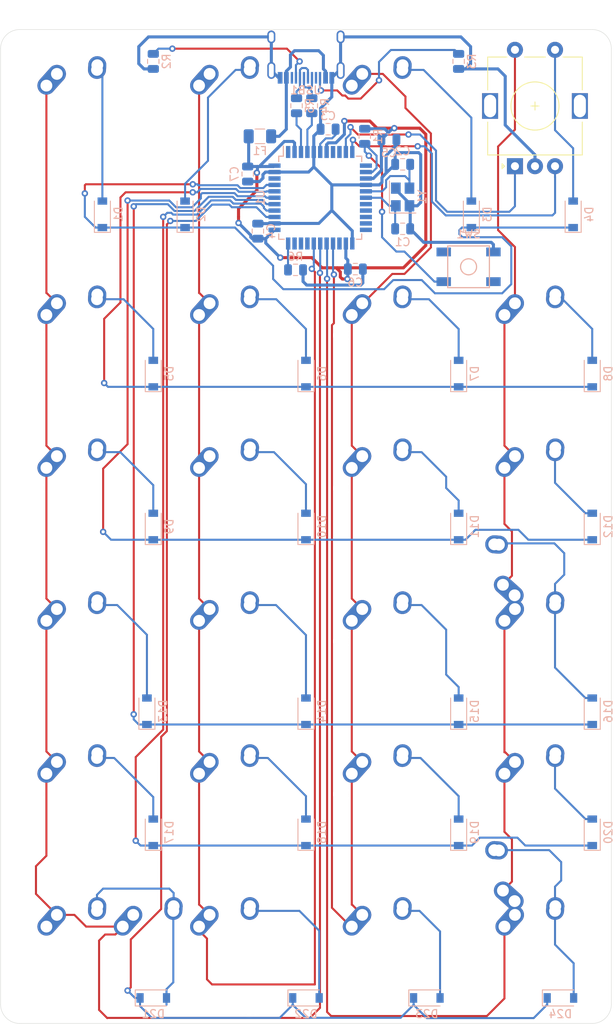
<source format=kicad_pcb>
(kicad_pcb (version 20171130) (host pcbnew 5.1.5-52549c5~84~ubuntu18.04.1)
  (layers (0 F.Cu signal) (31 B.Cu signal) (34 B.Paste user) (35 F.Paste user) (36 B.SilkS user) (37 F.SilkS user) (38 B.Mask user) (39 F.Mask user) (44 Edge.Cuts user))
  (net 0 "")
  (net 1 GND)
  (net 2 "Net-(C1-Pad1)")
  (net 3 "Net-(C2-Pad1)")
  (net 4 "Net-(C3-Pad1)")
  (net 5 +5V)
  (net 6 "Net-(D1-Pad2)")
  (net 7 Row0)
  (net 8 "Net-(D2-Pad2)")
  (net 9 "Net-(D3-Pad2)")
  (net 10 "Net-(D4-Pad2)")
  (net 11 "Net-(D5-Pad2)")
  (net 12 Row1)
  (net 13 "Net-(D6-Pad2)")
  (net 14 "Net-(D7-Pad2)")
  (net 15 "Net-(D8-Pad2)")
  (net 16 "Net-(D9-Pad2)")
  (net 17 Row2)
  (net 18 "Net-(D10-Pad2)")
  (net 19 "Net-(D11-Pad2)")
  (net 20 "Net-(D12-Pad2)")
  (net 21 "Net-(D13-Pad2)")
  (net 22 Row3)
  (net 23 "Net-(D14-Pad2)")
  (net 24 "Net-(D15-Pad2)")
  (net 25 "Net-(D16-Pad2)")
  (net 26 "Net-(D17-Pad2)")
  (net 27 Row4)
  (net 28 "Net-(D18-Pad2)")
  (net 29 "Net-(D19-Pad2)")
  (net 30 "Net-(D20-Pad2)")
  (net 31 "Net-(D21-Pad2)")
  (net 32 Row5)
  (net 33 "Net-(D22-Pad2)")
  (net 34 "Net-(D23-Pad2)")
  (net 35 "Net-(D24-Pad2)")
  (net 36 VCC)
  (net 37 Col0)
  (net 38 Col1)
  (net 39 Col2)
  (net 40 Col3)
  (net 41 "Net-(R1-Pad1)")
  (net 42 "Net-(R2-Pad2)")
  (net 43 "Net-(R3-Pad2)")
  (net 44 D+)
  (net 45 "Net-(R4-Pad1)")
  (net 46 D-)
  (net 47 "Net-(R5-Pad1)")
  (net 48 "Net-(R6-Pad2)")
  (net 49 "A(Left?)")
  (net 50 "B(Right?)")
  (net 51 "Net-(U1-Pad42)")
  (net 52 "Net-(U1-Pad12)")
  (net 53 "Net-(U1-Pad9)")
  (net 54 "Net-(U1-Pad8)")
  (net 55 "Net-(U1-Pad1)")
  (net 56 "Net-(USB1-Pad3)")
  (net 57 "Net-(USB1-Pad9)")
  (net 58 "Net-(U1-Pad32)")
  (net 59 "Net-(U1-Pad31)")
  (net 60 "Net-(U1-Pad30)")
  (net 61 "Net-(U1-Pad25)")
  (net 62 "Net-(U1-Pad22)")
  (net 63 "Net-(U1-Pad21)")
  (net 64 "Net-(U1-Pad20)")
  (net 65 "Net-(U1-Pad19)")
  (net 66 "Net-(U1-Pad18)")
  (module Crystal:Crystal_SMD_3225-4Pin_3.2x2.5mm (layer B.Cu) (at 165.25875 53.4035 90)
    (fp_text reference Y1 (at 0 2.45 90) (layer B.SilkS) (effects (justify mirror)))
    (fp_text value 16MHz)
    (pad 4 smd rect (at -1.1 0.85 90) (size 1.4 1.2) (layers B.Cu B.Paste B.Mask) (net 1 GND))
    (pad 3 smd rect (at 1.1 0.85 90) (size 1.4 1.2) (layers B.Cu B.Paste B.Mask) (net 3 "Net-(C2-Pad1)"))
    (pad 2 smd rect (at 1.1 -0.85 90) (size 1.4 1.2) (layers B.Cu B.Paste B.Mask) (net 1 GND))
    (pad 1 smd rect (at -1.1 -0.85 90) (size 1.4 1.2) (layers B.Cu B.Paste B.Mask) (net 2 "Net-(C1-Pad1)"))
  )
  (module Type-C:HRO-TYPE-C-31-M-12 (layer B.Cu) (at 153.19375 30.861)
    (fp_text reference USB1 (at 0 9.25) (layer B.SilkS) (effects (justify mirror)))
    (fp_text value HRO-TYPE-C-31-M-12)
    (pad 12 smd rect (at 3.225 7.695) (size 0.6 1.45) (layers B.Cu B.Paste B.Mask) (net 1 GND))
    (pad 1 smd rect (at -3.225 7.695) (size 0.6 1.45) (layers B.Cu B.Paste B.Mask) (net 1 GND))
    (pad 11 smd rect (at 2.45 7.695) (size 0.6 1.45) (layers B.Cu B.Paste B.Mask) (net 36 VCC))
    (pad 2 smd rect (at -2.45 7.695) (size 0.6 1.45) (layers B.Cu B.Paste B.Mask) (net 36 VCC))
    (pad 3 smd rect (at -1.75 7.695) (size 0.3 1.45) (layers B.Cu B.Paste B.Mask) (net 56 "Net-(USB1-Pad3)"))
    (pad 10 smd rect (at 1.75 7.695) (size 0.3 1.45) (layers B.Cu B.Paste B.Mask) (net 43 "Net-(R3-Pad2)"))
    (pad 4 smd rect (at -1.25 7.695) (size 0.3 1.45) (layers B.Cu B.Paste B.Mask) (net 42 "Net-(R2-Pad2)"))
    (pad 9 smd rect (at 1.25 7.695) (size 0.3 1.45) (layers B.Cu B.Paste B.Mask) (net 57 "Net-(USB1-Pad9)"))
    (pad 5 smd rect (at -0.75 7.695) (size 0.3 1.45) (layers B.Cu B.Paste B.Mask) (net 46 D-))
    (pad 8 smd rect (at 0.75 7.695) (size 0.3 1.45) (layers B.Cu B.Paste B.Mask) (net 44 D+))
    (pad 7 smd rect (at 0.25 7.695) (size 0.3 1.45) (layers B.Cu B.Paste B.Mask) (net 46 D-))
    (pad 6 smd rect (at -0.25 7.695) (size 0.3 1.45) (layers B.Cu B.Paste B.Mask) (net 44 D+))
    (pad "" np_thru_hole circle (at 2.89 6.25) (size 0.65 0.65) (drill 0.65) (layers *.Cu *.Mask))
    (pad "" np_thru_hole circle (at -2.89 6.25) (size 0.65 0.65) (drill 0.65) (layers *.Cu *.Mask))
    (pad 13 thru_hole oval (at -4.32 6.78) (size 1 2.1) (drill oval 0.6 1.7) (layers *.Cu F.Mask) (net 1 GND))
    (pad 13 thru_hole oval (at 4.32 6.78) (size 1 2.1) (drill oval 0.6 1.7) (layers *.Cu F.Mask) (net 1 GND))
    (pad 13 thru_hole oval (at -4.32 2.6) (size 1 1.6) (drill oval 0.6 1.2) (layers *.Cu F.Mask) (net 1 GND))
    (pad 13 thru_hole oval (at 4.32 2.6) (size 1 1.6) (drill oval 0.6 1.2) (layers *.Cu F.Mask) (net 1 GND))
  )
  (module Package_QFP:TQFP-44_10x10mm_P0.8mm (layer B.Cu) (at 154.97175 53.49875 270)
    (fp_text reference U1 (at 0 7.45 90) (layer B.SilkS) (effects (justify mirror)))
    (fp_text value ATmega32U4-AU)
    (pad 44 smd rect (at -4 5.7 180) (size 1.5 0.55) (layers B.Cu B.Paste B.Mask) (net 5 +5V))
    (pad 43 smd rect (at -3.2 5.7 180) (size 1.5 0.55) (layers B.Cu B.Paste B.Mask) (net 1 GND))
    (pad 42 smd rect (at -2.4 5.7 180) (size 1.5 0.55) (layers B.Cu B.Paste B.Mask) (net 51 "Net-(U1-Pad42)"))
    (pad 41 smd rect (at -1.6 5.7 180) (size 1.5 0.55) (layers B.Cu B.Paste B.Mask) (net 7 Row0))
    (pad 40 smd rect (at -0.8 5.7 180) (size 1.5 0.55) (layers B.Cu B.Paste B.Mask) (net 12 Row1))
    (pad 39 smd rect (at 0 5.7 180) (size 1.5 0.55) (layers B.Cu B.Paste B.Mask) (net 17 Row2))
    (pad 38 smd rect (at 0.8 5.7 180) (size 1.5 0.55) (layers B.Cu B.Paste B.Mask) (net 22 Row3))
    (pad 37 smd rect (at 1.6 5.7 180) (size 1.5 0.55) (layers B.Cu B.Paste B.Mask) (net 27 Row4))
    (pad 36 smd rect (at 2.4 5.7 180) (size 1.5 0.55) (layers B.Cu B.Paste B.Mask) (net 32 Row5))
    (pad 35 smd rect (at 3.2 5.7 180) (size 1.5 0.55) (layers B.Cu B.Paste B.Mask) (net 1 GND))
    (pad 34 smd rect (at 4 5.7 180) (size 1.5 0.55) (layers B.Cu B.Paste B.Mask) (net 5 +5V))
    (pad 33 smd rect (at 5.7 4 270) (size 1.5 0.55) (layers B.Cu B.Paste B.Mask) (net 48 "Net-(R6-Pad2)"))
    (pad 32 smd rect (at 5.7 3.2 270) (size 1.5 0.55) (layers B.Cu B.Paste B.Mask) (net 58 "Net-(U1-Pad32)"))
    (pad 31 smd rect (at 5.7 2.4 270) (size 1.5 0.55) (layers B.Cu B.Paste B.Mask) (net 59 "Net-(U1-Pad31)"))
    (pad 30 smd rect (at 5.7 1.6 270) (size 1.5 0.55) (layers B.Cu B.Paste B.Mask) (net 60 "Net-(U1-Pad30)"))
    (pad 29 smd rect (at 5.7 0.8 270) (size 1.5 0.55) (layers B.Cu B.Paste B.Mask) (net 38 Col1))
    (pad 28 smd rect (at 5.7 0 270) (size 1.5 0.55) (layers B.Cu B.Paste B.Mask) (net 37 Col0))
    (pad 27 smd rect (at 5.7 -0.8 270) (size 1.5 0.55) (layers B.Cu B.Paste B.Mask) (net 40 Col3))
    (pad 26 smd rect (at 5.7 -1.6 270) (size 1.5 0.55) (layers B.Cu B.Paste B.Mask) (net 39 Col2))
    (pad 25 smd rect (at 5.7 -2.4 270) (size 1.5 0.55) (layers B.Cu B.Paste B.Mask) (net 61 "Net-(U1-Pad25)"))
    (pad 24 smd rect (at 5.7 -3.2 270) (size 1.5 0.55) (layers B.Cu B.Paste B.Mask) (net 5 +5V))
    (pad 23 smd rect (at 5.7 -4 270) (size 1.5 0.55) (layers B.Cu B.Paste B.Mask) (net 1 GND))
    (pad 22 smd rect (at 4 -5.7 180) (size 1.5 0.55) (layers B.Cu B.Paste B.Mask) (net 62 "Net-(U1-Pad22)"))
    (pad 21 smd rect (at 3.2 -5.7 180) (size 1.5 0.55) (layers B.Cu B.Paste B.Mask) (net 63 "Net-(U1-Pad21)"))
    (pad 20 smd rect (at 2.4 -5.7 180) (size 1.5 0.55) (layers B.Cu B.Paste B.Mask) (net 64 "Net-(U1-Pad20)"))
    (pad 19 smd rect (at 1.6 -5.7 180) (size 1.5 0.55) (layers B.Cu B.Paste B.Mask) (net 65 "Net-(U1-Pad19)"))
    (pad 18 smd rect (at 0.8 -5.7 180) (size 1.5 0.55) (layers B.Cu B.Paste B.Mask) (net 66 "Net-(U1-Pad18)"))
    (pad 17 smd rect (at 0 -5.7 180) (size 1.5 0.55) (layers B.Cu B.Paste B.Mask) (net 2 "Net-(C1-Pad1)"))
    (pad 16 smd rect (at -0.8 -5.7 180) (size 1.5 0.55) (layers B.Cu B.Paste B.Mask) (net 3 "Net-(C2-Pad1)"))
    (pad 15 smd rect (at -1.6 -5.7 180) (size 1.5 0.55) (layers B.Cu B.Paste B.Mask) (net 1 GND))
    (pad 14 smd rect (at -2.4 -5.7 180) (size 1.5 0.55) (layers B.Cu B.Paste B.Mask) (net 5 +5V))
    (pad 13 smd rect (at -3.2 -5.7 180) (size 1.5 0.55) (layers B.Cu B.Paste B.Mask) (net 41 "Net-(R1-Pad1)"))
    (pad 12 smd rect (at -4 -5.7 180) (size 1.5 0.55) (layers B.Cu B.Paste B.Mask) (net 52 "Net-(U1-Pad12)"))
    (pad 11 smd rect (at -5.7 -4 270) (size 1.5 0.55) (layers B.Cu B.Paste B.Mask) (net 50 "B(Right?)"))
    (pad 10 smd rect (at -5.7 -3.2 270) (size 1.5 0.55) (layers B.Cu B.Paste B.Mask) (net 49 "A(Left?)"))
    (pad 9 smd rect (at -5.7 -2.4 270) (size 1.5 0.55) (layers B.Cu B.Paste B.Mask) (net 53 "Net-(U1-Pad9)"))
    (pad 8 smd rect (at -5.7 -1.6 270) (size 1.5 0.55) (layers B.Cu B.Paste B.Mask) (net 54 "Net-(U1-Pad8)"))
    (pad 7 smd rect (at -5.7 -0.8 270) (size 1.5 0.55) (layers B.Cu B.Paste B.Mask) (net 5 +5V))
    (pad 6 smd rect (at -5.7 0 270) (size 1.5 0.55) (layers B.Cu B.Paste B.Mask) (net 4 "Net-(C3-Pad1)"))
    (pad 5 smd rect (at -5.7 0.8 270) (size 1.5 0.55) (layers B.Cu B.Paste B.Mask) (net 1 GND))
    (pad 4 smd rect (at -5.7 1.6 270) (size 1.5 0.55) (layers B.Cu B.Paste B.Mask) (net 45 "Net-(R4-Pad1)"))
    (pad 3 smd rect (at -5.7 2.4 270) (size 1.5 0.55) (layers B.Cu B.Paste B.Mask) (net 47 "Net-(R5-Pad1)"))
    (pad 2 smd rect (at -5.7 3.2 270) (size 1.5 0.55) (layers B.Cu B.Paste B.Mask) (net 5 +5V))
    (pad 1 smd rect (at -5.7 4 270) (size 1.5 0.55) (layers B.Cu B.Paste B.Mask) (net 55 "Net-(U1-Pad1)"))
  )
  (module Keebio-Parts:RotaryEncoder_EC11 (layer F.Cu) (at 181.76875 42.06875 90)
    (fp_text reference SW2)
    (fp_text value Rotary_Encoder_Switch)
    (pad A thru_hole rect (at -7.5 -2.5 90) (size 2 2) (drill 1) (layers *.Cu *.Mask) (net 49 "A(Left?)"))
    (pad C thru_hole circle (at -7.5 0 90) (size 2 2) (drill 1) (layers *.Cu *.Mask) (net 1 GND))
    (pad B thru_hole circle (at -7.5 2.5 90) (size 2 2) (drill 1) (layers *.Cu *.Mask) (net 50 "B(Right?)"))
    (pad "" np_thru_hole rect (at 0 -5.6 90) (size 3.2 2) (drill oval 2.8 1.5) (layers *.Cu *.Mask))
    (pad "" np_thru_hole rect (at 0 5.6 90) (size 3.2 2) (drill oval 2.8 1.5) (layers *.Cu *.Mask))
    (pad S2 thru_hole circle (at 7 -2.5 90) (size 2 2) (drill 1) (layers *.Cu *.Mask) (net 40 Col3))
    (pad S1 thru_hole circle (at 7 2.5 90) (size 2 2) (drill 1) (layers *.Cu *.Mask) (net 10 "Net-(D4-Pad2)"))
  )
  (module random-keyboard-parts:SKQG-1155865 (layer B.Cu) (at 173.482 62.103)
    (fp_text reference SW1 (at 0 -4.064) (layer B.SilkS) (effects (justify mirror)))
    (fp_text value SW_Push)
    (pad 4 smd rect (at -3.1 -1.85) (size 1.8 1.1) (layers B.Cu B.Paste B.Mask))
    (pad 3 smd rect (at 3.1 1.85) (size 1.8 1.1) (layers B.Cu B.Paste B.Mask))
    (pad 2 smd rect (at -3.1 1.85) (size 1.8 1.1) (layers B.Cu B.Paste B.Mask) (net 41 "Net-(R1-Pad1)"))
    (pad 1 smd rect (at 3.1 -1.85) (size 1.8 1.1) (layers B.Cu B.Paste B.Mask) (net 1 GND))
  )
  (module Resistor_SMD:R_0805_2012Metric (layer B.Cu) (at 151.892 62.484 180)
    (fp_text reference R6 (at 0 1.65) (layer B.SilkS) (effects (justify mirror)))
    (fp_text value 10k)
    (pad 2 smd roundrect (at 0.9375 0 180) (size 0.975 1.4) (layers B.Cu B.Paste B.Mask) (net 48 "Net-(R6-Pad2)"))
    (pad 1 smd roundrect (at -0.9375 0 180) (size 0.975 1.4) (layers B.Cu B.Paste B.Mask) (net 1 GND))
  )
  (module Resistor_SMD:R_0805_2012Metric (layer B.Cu) (at 152.019 42.037 90)
    (fp_text reference R5 (at 0 1.65 90) (layer B.SilkS) (effects (justify mirror)))
    (fp_text value 22)
    (pad 2 smd roundrect (at 0.9375 0 90) (size 0.975 1.4) (layers B.Cu B.Paste B.Mask) (net 46 D-))
    (pad 1 smd roundrect (at -0.9375 0 90) (size 0.975 1.4) (layers B.Cu B.Paste B.Mask) (net 47 "Net-(R5-Pad1)"))
  )
  (module Resistor_SMD:R_0805_2012Metric (layer B.Cu) (at 153.924 42.037 90)
    (fp_text reference R4 (at 0 1.65 90) (layer B.SilkS) (effects (justify mirror)))
    (fp_text value 22)
    (pad 2 smd roundrect (at 0.9375 0 90) (size 0.975 1.4) (layers B.Cu B.Paste B.Mask) (net 44 D+))
    (pad 1 smd roundrect (at -0.9375 0 90) (size 0.975 1.4) (layers B.Cu B.Paste B.Mask) (net 45 "Net-(R4-Pad1)"))
  )
  (module Resistor_SMD:R_0805_2012Metric (layer B.Cu) (at 172.24375 36.5125 90)
    (fp_text reference R3 (at 0 1.65 270) (layer B.SilkS) (effects (justify mirror)))
    (fp_text value 5.1k)
    (pad 2 smd roundrect (at 0.9375 0 90) (size 0.975 1.4) (layers B.Cu B.Paste B.Mask) (net 43 "Net-(R3-Pad2)"))
    (pad 1 smd roundrect (at -0.9375 0 90) (size 0.975 1.4) (layers B.Cu B.Paste B.Mask) (net 1 GND))
  )
  (module Resistor_SMD:R_0805_2012Metric (layer B.Cu) (at 134.14375 36.5125 90)
    (fp_text reference R2 (at 0 1.65 90) (layer B.SilkS) (effects (justify mirror)))
    (fp_text value 5.1k)
    (pad 1 smd roundrect (at -0.9375 0 90) (size 0.975 1.4) (layers B.Cu B.Paste B.Mask) (net 1 GND))
    (pad 2 smd roundrect (at 0.9375 0 90) (size 0.975 1.4) (layers B.Cu B.Paste B.Mask) (net 42 "Net-(R2-Pad2)"))
  )
  (module Resistor_SMD:R_0805_2012Metric (layer B.Cu) (at 160.528 45.847 90)
    (fp_text reference R1 (at 0 1.65 90) (layer B.SilkS) (effects (justify mirror)))
    (fp_text value 10k)
    (pad 2 smd roundrect (at 0.9375 0 90) (size 0.975 1.4) (layers B.Cu B.Paste B.Mask) (net 5 +5V))
    (pad 1 smd roundrect (at -0.9375 0 90) (size 0.975 1.4) (layers B.Cu B.Paste B.Mask) (net 41 "Net-(R1-Pad1)"))
  )
  (module MX_Alps_Hybrid:MX-2U-ReversedStabilizers-NoLED (layer F.Cu) (at 181.76875 137.31875 90)
    (fp_text reference MX26)
    (fp_text value MX-NoLED)
    (pad "" np_thru_hole circle (at 11.938 -8.255 90) (size 3.9878 3.9878) (drill 3.9878) (layers *.Cu *.Mask))
    (pad "" np_thru_hole circle (at -11.938 -8.255 90) (size 3.9878 3.9878) (drill 3.9878) (layers *.Cu *.Mask))
    (pad "" np_thru_hole circle (at 11.938 6.985 90) (size 3.048 3.048) (drill 3.048) (layers *.Cu *.Mask))
    (pad "" np_thru_hole circle (at -11.938 6.985 90) (size 3.048 3.048) (drill 3.048) (layers *.Cu *.Mask))
    (pad "" np_thru_hole circle (at 5.08 0 138.0996) (size 1.75 1.75) (drill 1.75) (layers *.Cu *.Mask))
    (pad "" np_thru_hole circle (at -5.08 0 138.0996) (size 1.75 1.75) (drill 1.75) (layers *.Cu *.Mask))
    (pad 1 thru_hole circle (at -2.5 -4 90) (size 2.25 2.25) (drill 1.47) (layers *.Cu B.Mask) (net 40 Col3))
    (pad "" np_thru_hole circle (at 0 0 90) (size 3.9878 3.9878) (drill 3.9878) (layers *.Cu *.Mask))
    (pad 1 thru_hole oval (at -3.81 -2.54 138.0996) (size 4.211556 2.25) (drill 1.47 (offset 0.980778 0)) (layers *.Cu B.Mask) (net 40 Col3))
    (pad 2 thru_hole circle (at 2.54 -5.08 90) (size 2.25 2.25) (drill 1.47) (layers *.Cu B.Mask) (net 35 "Net-(D24-Pad2)"))
    (pad 2 thru_hole oval (at 2.5 -4.5 176.0548) (size 2.831378 2.25) (drill 1.47 (offset 0.290689 0)) (layers *.Cu B.Mask) (net 35 "Net-(D24-Pad2)"))
  )
  (module MX_Alps_Hybrid:MX-1U-NoLED (layer F.Cu) (at 181.76875 146.84375)
    (fp_text reference MX25)
    (fp_text value MX-NoLED)
    (pad "" np_thru_hole circle (at 5.08 0 48.0996) (size 1.75 1.75) (drill 1.75) (layers *.Cu *.Mask))
    (pad "" np_thru_hole circle (at -5.08 0 48.0996) (size 1.75 1.75) (drill 1.75) (layers *.Cu *.Mask))
    (pad 1 thru_hole circle (at -2.5 -4) (size 2.25 2.25) (drill 1.47) (layers *.Cu B.Mask) (net 40 Col3))
    (pad "" np_thru_hole circle (at 0 0) (size 3.9878 3.9878) (drill 3.9878) (layers *.Cu *.Mask))
    (pad 1 thru_hole oval (at -3.81 -2.54 48.0996) (size 4.211556 2.25) (drill 1.47 (offset 0.980778 0)) (layers *.Cu B.Mask) (net 40 Col3))
    (pad 2 thru_hole circle (at 2.54 -5.08) (size 2.25 2.25) (drill 1.47) (layers *.Cu B.Mask) (net 35 "Net-(D24-Pad2)"))
    (pad 2 thru_hole oval (at 2.5 -4.5 86.0548) (size 2.831378 2.25) (drill 1.47 (offset 0.290689 0)) (layers *.Cu B.Mask) (net 35 "Net-(D24-Pad2)"))
  )
  (module MX_Alps_Hybrid:MX-1U-NoLED (layer F.Cu) (at 162.71875 146.84375)
    (fp_text reference MX24)
    (fp_text value MX-NoLED)
    (pad "" np_thru_hole circle (at 5.08 0 48.0996) (size 1.75 1.75) (drill 1.75) (layers *.Cu *.Mask))
    (pad "" np_thru_hole circle (at -5.08 0 48.0996) (size 1.75 1.75) (drill 1.75) (layers *.Cu *.Mask))
    (pad 1 thru_hole circle (at -2.5 -4) (size 2.25 2.25) (drill 1.47) (layers *.Cu B.Mask) (net 39 Col2))
    (pad "" np_thru_hole circle (at 0 0) (size 3.9878 3.9878) (drill 3.9878) (layers *.Cu *.Mask))
    (pad 1 thru_hole oval (at -3.81 -2.54 48.0996) (size 4.211556 2.25) (drill 1.47 (offset 0.980778 0)) (layers *.Cu B.Mask) (net 39 Col2))
    (pad 2 thru_hole circle (at 2.54 -5.08) (size 2.25 2.25) (drill 1.47) (layers *.Cu B.Mask) (net 34 "Net-(D23-Pad2)"))
    (pad 2 thru_hole oval (at 2.5 -4.5 86.0548) (size 2.831378 2.25) (drill 1.47 (offset 0.290689 0)) (layers *.Cu B.Mask) (net 34 "Net-(D23-Pad2)"))
  )
  (module MX_Alps_Hybrid:MX-1U-NoLED (layer F.Cu) (at 143.66875 146.84375)
    (fp_text reference MX23)
    (fp_text value MX-NoLED)
    (pad "" np_thru_hole circle (at 5.08 0 48.0996) (size 1.75 1.75) (drill 1.75) (layers *.Cu *.Mask))
    (pad "" np_thru_hole circle (at -5.08 0 48.0996) (size 1.75 1.75) (drill 1.75) (layers *.Cu *.Mask))
    (pad 1 thru_hole circle (at -2.5 -4) (size 2.25 2.25) (drill 1.47) (layers *.Cu B.Mask) (net 38 Col1))
    (pad "" np_thru_hole circle (at 0 0) (size 3.9878 3.9878) (drill 3.9878) (layers *.Cu *.Mask))
    (pad 1 thru_hole oval (at -3.81 -2.54 48.0996) (size 4.211556 2.25) (drill 1.47 (offset 0.980778 0)) (layers *.Cu B.Mask) (net 38 Col1))
    (pad 2 thru_hole circle (at 2.54 -5.08) (size 2.25 2.25) (drill 1.47) (layers *.Cu B.Mask) (net 33 "Net-(D22-Pad2)"))
    (pad 2 thru_hole oval (at 2.5 -4.5 86.0548) (size 2.831378 2.25) (drill 1.47 (offset 0.290689 0)) (layers *.Cu B.Mask) (net 33 "Net-(D22-Pad2)"))
  )
  (module MX_Alps_Hybrid:MX-1U-NoLED (layer F.Cu) (at 124.61875 146.84375)
    (fp_text reference MX22)
    (fp_text value MX-NoLED)
    (pad "" np_thru_hole circle (at 5.08 0 48.0996) (size 1.75 1.75) (drill 1.75) (layers *.Cu *.Mask))
    (pad "" np_thru_hole circle (at -5.08 0 48.0996) (size 1.75 1.75) (drill 1.75) (layers *.Cu *.Mask))
    (pad 1 thru_hole circle (at -2.5 -4) (size 2.25 2.25) (drill 1.47) (layers *.Cu B.Mask) (net 37 Col0))
    (pad "" np_thru_hole circle (at 0 0) (size 3.9878 3.9878) (drill 3.9878) (layers *.Cu *.Mask))
    (pad 1 thru_hole oval (at -3.81 -2.54 48.0996) (size 4.211556 2.25) (drill 1.47 (offset 0.980778 0)) (layers *.Cu B.Mask) (net 37 Col0))
    (pad 2 thru_hole circle (at 2.54 -5.08) (size 2.25 2.25) (drill 1.47) (layers *.Cu B.Mask) (net 31 "Net-(D21-Pad2)"))
    (pad 2 thru_hole oval (at 2.5 -4.5 86.0548) (size 2.831378 2.25) (drill 1.47 (offset 0.290689 0)) (layers *.Cu B.Mask) (net 31 "Net-(D21-Pad2)"))
  )
  (module MX_Alps_Hybrid:MX-2U-ReversedStabilizers-NoLED (layer F.Cu) (at 134.14375 146.84375)
    (fp_text reference MX21)
    (fp_text value MX-NoLED)
    (pad "" np_thru_hole circle (at 11.938 -8.255) (size 3.9878 3.9878) (drill 3.9878) (layers *.Cu *.Mask))
    (pad "" np_thru_hole circle (at -11.938 -8.255) (size 3.9878 3.9878) (drill 3.9878) (layers *.Cu *.Mask))
    (pad "" np_thru_hole circle (at 11.938 6.985) (size 3.048 3.048) (drill 3.048) (layers *.Cu *.Mask))
    (pad "" np_thru_hole circle (at -11.938 6.985) (size 3.048 3.048) (drill 3.048) (layers *.Cu *.Mask))
    (pad "" np_thru_hole circle (at 5.08 0 48.0996) (size 1.75 1.75) (drill 1.75) (layers *.Cu *.Mask))
    (pad "" np_thru_hole circle (at -5.08 0 48.0996) (size 1.75 1.75) (drill 1.75) (layers *.Cu *.Mask))
    (pad 1 thru_hole circle (at -2.5 -4) (size 2.25 2.25) (drill 1.47) (layers *.Cu B.Mask) (net 37 Col0))
    (pad "" np_thru_hole circle (at 0 0) (size 3.9878 3.9878) (drill 3.9878) (layers *.Cu *.Mask))
    (pad 1 thru_hole oval (at -3.81 -2.54 48.0996) (size 4.211556 2.25) (drill 1.47 (offset 0.980778 0)) (layers *.Cu B.Mask) (net 37 Col0))
    (pad 2 thru_hole circle (at 2.54 -5.08) (size 2.25 2.25) (drill 1.47) (layers *.Cu B.Mask) (net 31 "Net-(D21-Pad2)"))
    (pad 2 thru_hole oval (at 2.5 -4.5 86.0548) (size 2.831378 2.25) (drill 1.47 (offset 0.290689 0)) (layers *.Cu B.Mask) (net 31 "Net-(D21-Pad2)"))
  )
  (module MX_Alps_Hybrid:MX-1U-NoLED (layer F.Cu) (at 181.76875 127.79375)
    (fp_text reference MX20)
    (fp_text value MX-NoLED)
    (pad "" np_thru_hole circle (at 5.08 0 48.0996) (size 1.75 1.75) (drill 1.75) (layers *.Cu *.Mask))
    (pad "" np_thru_hole circle (at -5.08 0 48.0996) (size 1.75 1.75) (drill 1.75) (layers *.Cu *.Mask))
    (pad 1 thru_hole circle (at -2.5 -4) (size 2.25 2.25) (drill 1.47) (layers *.Cu B.Mask) (net 40 Col3))
    (pad "" np_thru_hole circle (at 0 0) (size 3.9878 3.9878) (drill 3.9878) (layers *.Cu *.Mask))
    (pad 1 thru_hole oval (at -3.81 -2.54 48.0996) (size 4.211556 2.25) (drill 1.47 (offset 0.980778 0)) (layers *.Cu B.Mask) (net 40 Col3))
    (pad 2 thru_hole circle (at 2.54 -5.08) (size 2.25 2.25) (drill 1.47) (layers *.Cu B.Mask) (net 30 "Net-(D20-Pad2)"))
    (pad 2 thru_hole oval (at 2.5 -4.5 86.0548) (size 2.831378 2.25) (drill 1.47 (offset 0.290689 0)) (layers *.Cu B.Mask) (net 30 "Net-(D20-Pad2)"))
  )
  (module MX_Alps_Hybrid:MX-1U-NoLED (layer F.Cu) (at 162.71875 127.79375)
    (fp_text reference MX19)
    (fp_text value MX-NoLED)
    (pad "" np_thru_hole circle (at 5.08 0 48.0996) (size 1.75 1.75) (drill 1.75) (layers *.Cu *.Mask))
    (pad "" np_thru_hole circle (at -5.08 0 48.0996) (size 1.75 1.75) (drill 1.75) (layers *.Cu *.Mask))
    (pad 1 thru_hole circle (at -2.5 -4) (size 2.25 2.25) (drill 1.47) (layers *.Cu B.Mask) (net 39 Col2))
    (pad "" np_thru_hole circle (at 0 0) (size 3.9878 3.9878) (drill 3.9878) (layers *.Cu *.Mask))
    (pad 1 thru_hole oval (at -3.81 -2.54 48.0996) (size 4.211556 2.25) (drill 1.47 (offset 0.980778 0)) (layers *.Cu B.Mask) (net 39 Col2))
    (pad 2 thru_hole circle (at 2.54 -5.08) (size 2.25 2.25) (drill 1.47) (layers *.Cu B.Mask) (net 29 "Net-(D19-Pad2)"))
    (pad 2 thru_hole oval (at 2.5 -4.5 86.0548) (size 2.831378 2.25) (drill 1.47 (offset 0.290689 0)) (layers *.Cu B.Mask) (net 29 "Net-(D19-Pad2)"))
  )
  (module MX_Alps_Hybrid:MX-1U-NoLED (layer F.Cu) (at 143.66875 127.79375)
    (fp_text reference MX18)
    (fp_text value MX-NoLED)
    (pad "" np_thru_hole circle (at 5.08 0 48.0996) (size 1.75 1.75) (drill 1.75) (layers *.Cu *.Mask))
    (pad "" np_thru_hole circle (at -5.08 0 48.0996) (size 1.75 1.75) (drill 1.75) (layers *.Cu *.Mask))
    (pad 1 thru_hole circle (at -2.5 -4) (size 2.25 2.25) (drill 1.47) (layers *.Cu B.Mask) (net 38 Col1))
    (pad "" np_thru_hole circle (at 0 0) (size 3.9878 3.9878) (drill 3.9878) (layers *.Cu *.Mask))
    (pad 1 thru_hole oval (at -3.81 -2.54 48.0996) (size 4.211556 2.25) (drill 1.47 (offset 0.980778 0)) (layers *.Cu B.Mask) (net 38 Col1))
    (pad 2 thru_hole circle (at 2.54 -5.08) (size 2.25 2.25) (drill 1.47) (layers *.Cu B.Mask) (net 28 "Net-(D18-Pad2)"))
    (pad 2 thru_hole oval (at 2.5 -4.5 86.0548) (size 2.831378 2.25) (drill 1.47 (offset 0.290689 0)) (layers *.Cu B.Mask) (net 28 "Net-(D18-Pad2)"))
  )
  (module MX_Alps_Hybrid:MX-1U-NoLED (layer F.Cu) (at 124.61875 127.79375)
    (fp_text reference MX17)
    (fp_text value MX-NoLED)
    (pad "" np_thru_hole circle (at 5.08 0 48.0996) (size 1.75 1.75) (drill 1.75) (layers *.Cu *.Mask))
    (pad "" np_thru_hole circle (at -5.08 0 48.0996) (size 1.75 1.75) (drill 1.75) (layers *.Cu *.Mask))
    (pad 1 thru_hole circle (at -2.5 -4) (size 2.25 2.25) (drill 1.47) (layers *.Cu B.Mask) (net 37 Col0))
    (pad "" np_thru_hole circle (at 0 0) (size 3.9878 3.9878) (drill 3.9878) (layers *.Cu *.Mask))
    (pad 1 thru_hole oval (at -3.81 -2.54 48.0996) (size 4.211556 2.25) (drill 1.47 (offset 0.980778 0)) (layers *.Cu B.Mask) (net 37 Col0))
    (pad 2 thru_hole circle (at 2.54 -5.08) (size 2.25 2.25) (drill 1.47) (layers *.Cu B.Mask) (net 26 "Net-(D17-Pad2)"))
    (pad 2 thru_hole oval (at 2.5 -4.5 86.0548) (size 2.831378 2.25) (drill 1.47 (offset 0.290689 0)) (layers *.Cu B.Mask) (net 26 "Net-(D17-Pad2)"))
  )
  (module MX_Alps_Hybrid:MX-2U-ReversedStabilizers-NoLED (layer F.Cu) (at 181.76875 99.21875 90)
    (fp_text reference MX16)
    (fp_text value MX-NoLED)
    (pad "" np_thru_hole circle (at 11.938 -8.255 90) (size 3.9878 3.9878) (drill 3.9878) (layers *.Cu *.Mask))
    (pad "" np_thru_hole circle (at -11.938 -8.255 90) (size 3.9878 3.9878) (drill 3.9878) (layers *.Cu *.Mask))
    (pad "" np_thru_hole circle (at 11.938 6.985 90) (size 3.048 3.048) (drill 3.048) (layers *.Cu *.Mask))
    (pad "" np_thru_hole circle (at -11.938 6.985 90) (size 3.048 3.048) (drill 3.048) (layers *.Cu *.Mask))
    (pad "" np_thru_hole circle (at 5.08 0 138.0996) (size 1.75 1.75) (drill 1.75) (layers *.Cu *.Mask))
    (pad "" np_thru_hole circle (at -5.08 0 138.0996) (size 1.75 1.75) (drill 1.75) (layers *.Cu *.Mask))
    (pad 1 thru_hole circle (at -2.5 -4 90) (size 2.25 2.25) (drill 1.47) (layers *.Cu B.Mask) (net 40 Col3))
    (pad "" np_thru_hole circle (at 0 0 90) (size 3.9878 3.9878) (drill 3.9878) (layers *.Cu *.Mask))
    (pad 1 thru_hole oval (at -3.81 -2.54 138.0996) (size 4.211556 2.25) (drill 1.47 (offset 0.980778 0)) (layers *.Cu B.Mask) (net 40 Col3))
    (pad 2 thru_hole circle (at 2.54 -5.08 90) (size 2.25 2.25) (drill 1.47) (layers *.Cu B.Mask) (net 25 "Net-(D16-Pad2)"))
    (pad 2 thru_hole oval (at 2.5 -4.5 176.0548) (size 2.831378 2.25) (drill 1.47 (offset 0.290689 0)) (layers *.Cu B.Mask) (net 25 "Net-(D16-Pad2)"))
  )
  (module MX_Alps_Hybrid:MX-1U-NoLED (layer F.Cu) (at 181.76875 108.74375)
    (fp_text reference MX15)
    (fp_text value MX-NoLED)
    (pad "" np_thru_hole circle (at 5.08 0 48.0996) (size 1.75 1.75) (drill 1.75) (layers *.Cu *.Mask))
    (pad "" np_thru_hole circle (at -5.08 0 48.0996) (size 1.75 1.75) (drill 1.75) (layers *.Cu *.Mask))
    (pad 1 thru_hole circle (at -2.5 -4) (size 2.25 2.25) (drill 1.47) (layers *.Cu B.Mask) (net 40 Col3))
    (pad "" np_thru_hole circle (at 0 0) (size 3.9878 3.9878) (drill 3.9878) (layers *.Cu *.Mask))
    (pad 1 thru_hole oval (at -3.81 -2.54 48.0996) (size 4.211556 2.25) (drill 1.47 (offset 0.980778 0)) (layers *.Cu B.Mask) (net 40 Col3))
    (pad 2 thru_hole circle (at 2.54 -5.08) (size 2.25 2.25) (drill 1.47) (layers *.Cu B.Mask) (net 25 "Net-(D16-Pad2)"))
    (pad 2 thru_hole oval (at 2.5 -4.5 86.0548) (size 2.831378 2.25) (drill 1.47 (offset 0.290689 0)) (layers *.Cu B.Mask) (net 25 "Net-(D16-Pad2)"))
  )
  (module MX_Alps_Hybrid:MX-1U-NoLED (layer F.Cu) (at 162.71875 108.74375)
    (fp_text reference MX14)
    (fp_text value MX-NoLED)
    (pad "" np_thru_hole circle (at 5.08 0 48.0996) (size 1.75 1.75) (drill 1.75) (layers *.Cu *.Mask))
    (pad "" np_thru_hole circle (at -5.08 0 48.0996) (size 1.75 1.75) (drill 1.75) (layers *.Cu *.Mask))
    (pad 1 thru_hole circle (at -2.5 -4) (size 2.25 2.25) (drill 1.47) (layers *.Cu B.Mask) (net 39 Col2))
    (pad "" np_thru_hole circle (at 0 0) (size 3.9878 3.9878) (drill 3.9878) (layers *.Cu *.Mask))
    (pad 1 thru_hole oval (at -3.81 -2.54 48.0996) (size 4.211556 2.25) (drill 1.47 (offset 0.980778 0)) (layers *.Cu B.Mask) (net 39 Col2))
    (pad 2 thru_hole circle (at 2.54 -5.08) (size 2.25 2.25) (drill 1.47) (layers *.Cu B.Mask) (net 24 "Net-(D15-Pad2)"))
    (pad 2 thru_hole oval (at 2.5 -4.5 86.0548) (size 2.831378 2.25) (drill 1.47 (offset 0.290689 0)) (layers *.Cu B.Mask) (net 24 "Net-(D15-Pad2)"))
  )
  (module MX_Alps_Hybrid:MX-1U-NoLED (layer F.Cu) (at 143.66875 108.74375)
    (fp_text reference MX13)
    (fp_text value MX-NoLED)
    (pad "" np_thru_hole circle (at 5.08 0 48.0996) (size 1.75 1.75) (drill 1.75) (layers *.Cu *.Mask))
    (pad "" np_thru_hole circle (at -5.08 0 48.0996) (size 1.75 1.75) (drill 1.75) (layers *.Cu *.Mask))
    (pad 1 thru_hole circle (at -2.5 -4) (size 2.25 2.25) (drill 1.47) (layers *.Cu B.Mask) (net 38 Col1))
    (pad "" np_thru_hole circle (at 0 0) (size 3.9878 3.9878) (drill 3.9878) (layers *.Cu *.Mask))
    (pad 1 thru_hole oval (at -3.81 -2.54 48.0996) (size 4.211556 2.25) (drill 1.47 (offset 0.980778 0)) (layers *.Cu B.Mask) (net 38 Col1))
    (pad 2 thru_hole circle (at 2.54 -5.08) (size 2.25 2.25) (drill 1.47) (layers *.Cu B.Mask) (net 23 "Net-(D14-Pad2)"))
    (pad 2 thru_hole oval (at 2.5 -4.5 86.0548) (size 2.831378 2.25) (drill 1.47 (offset 0.290689 0)) (layers *.Cu B.Mask) (net 23 "Net-(D14-Pad2)"))
  )
  (module MX_Alps_Hybrid:MX-1U-NoLED (layer F.Cu) (at 124.61875 108.74375)
    (fp_text reference MX12)
    (fp_text value MX-NoLED)
    (pad "" np_thru_hole circle (at 5.08 0 48.0996) (size 1.75 1.75) (drill 1.75) (layers *.Cu *.Mask))
    (pad "" np_thru_hole circle (at -5.08 0 48.0996) (size 1.75 1.75) (drill 1.75) (layers *.Cu *.Mask))
    (pad 1 thru_hole circle (at -2.5 -4) (size 2.25 2.25) (drill 1.47) (layers *.Cu B.Mask) (net 37 Col0))
    (pad "" np_thru_hole circle (at 0 0) (size 3.9878 3.9878) (drill 3.9878) (layers *.Cu *.Mask))
    (pad 1 thru_hole oval (at -3.81 -2.54 48.0996) (size 4.211556 2.25) (drill 1.47 (offset 0.980778 0)) (layers *.Cu B.Mask) (net 37 Col0))
    (pad 2 thru_hole circle (at 2.54 -5.08) (size 2.25 2.25) (drill 1.47) (layers *.Cu B.Mask) (net 21 "Net-(D13-Pad2)"))
    (pad 2 thru_hole oval (at 2.5 -4.5 86.0548) (size 2.831378 2.25) (drill 1.47 (offset 0.290689 0)) (layers *.Cu B.Mask) (net 21 "Net-(D13-Pad2)"))
  )
  (module MX_Alps_Hybrid:MX-1U-NoLED (layer F.Cu) (at 181.76875 89.69375)
    (fp_text reference MX11)
    (fp_text value MX-NoLED)
    (pad "" np_thru_hole circle (at 5.08 0 48.0996) (size 1.75 1.75) (drill 1.75) (layers *.Cu *.Mask))
    (pad "" np_thru_hole circle (at -5.08 0 48.0996) (size 1.75 1.75) (drill 1.75) (layers *.Cu *.Mask))
    (pad 1 thru_hole circle (at -2.5 -4) (size 2.25 2.25) (drill 1.47) (layers *.Cu B.Mask) (net 40 Col3))
    (pad "" np_thru_hole circle (at 0 0) (size 3.9878 3.9878) (drill 3.9878) (layers *.Cu *.Mask))
    (pad 1 thru_hole oval (at -3.81 -2.54 48.0996) (size 4.211556 2.25) (drill 1.47 (offset 0.980778 0)) (layers *.Cu B.Mask) (net 40 Col3))
    (pad 2 thru_hole circle (at 2.54 -5.08) (size 2.25 2.25) (drill 1.47) (layers *.Cu B.Mask) (net 20 "Net-(D12-Pad2)"))
    (pad 2 thru_hole oval (at 2.5 -4.5 86.0548) (size 2.831378 2.25) (drill 1.47 (offset 0.290689 0)) (layers *.Cu B.Mask) (net 20 "Net-(D12-Pad2)"))
  )
  (module MX_Alps_Hybrid:MX-1U-NoLED (layer F.Cu) (at 162.71875 89.69375)
    (fp_text reference MX10)
    (fp_text value MX-NoLED)
    (pad "" np_thru_hole circle (at 5.08 0 48.0996) (size 1.75 1.75) (drill 1.75) (layers *.Cu *.Mask))
    (pad "" np_thru_hole circle (at -5.08 0 48.0996) (size 1.75 1.75) (drill 1.75) (layers *.Cu *.Mask))
    (pad 1 thru_hole circle (at -2.5 -4) (size 2.25 2.25) (drill 1.47) (layers *.Cu B.Mask) (net 39 Col2))
    (pad "" np_thru_hole circle (at 0 0) (size 3.9878 3.9878) (drill 3.9878) (layers *.Cu *.Mask))
    (pad 1 thru_hole oval (at -3.81 -2.54 48.0996) (size 4.211556 2.25) (drill 1.47 (offset 0.980778 0)) (layers *.Cu B.Mask) (net 39 Col2))
    (pad 2 thru_hole circle (at 2.54 -5.08) (size 2.25 2.25) (drill 1.47) (layers *.Cu B.Mask) (net 19 "Net-(D11-Pad2)"))
    (pad 2 thru_hole oval (at 2.5 -4.5 86.0548) (size 2.831378 2.25) (drill 1.47 (offset 0.290689 0)) (layers *.Cu B.Mask) (net 19 "Net-(D11-Pad2)"))
  )
  (module MX_Alps_Hybrid:MX-1U-NoLED (layer F.Cu) (at 143.66875 89.69375)
    (fp_text reference MX9)
    (fp_text value MX-NoLED)
    (pad "" np_thru_hole circle (at 5.08 0 48.0996) (size 1.75 1.75) (drill 1.75) (layers *.Cu *.Mask))
    (pad "" np_thru_hole circle (at -5.08 0 48.0996) (size 1.75 1.75) (drill 1.75) (layers *.Cu *.Mask))
    (pad 1 thru_hole circle (at -2.5 -4) (size 2.25 2.25) (drill 1.47) (layers *.Cu B.Mask) (net 38 Col1))
    (pad "" np_thru_hole circle (at 0 0) (size 3.9878 3.9878) (drill 3.9878) (layers *.Cu *.Mask))
    (pad 1 thru_hole oval (at -3.81 -2.54 48.0996) (size 4.211556 2.25) (drill 1.47 (offset 0.980778 0)) (layers *.Cu B.Mask) (net 38 Col1))
    (pad 2 thru_hole circle (at 2.54 -5.08) (size 2.25 2.25) (drill 1.47) (layers *.Cu B.Mask) (net 18 "Net-(D10-Pad2)"))
    (pad 2 thru_hole oval (at 2.5 -4.5 86.0548) (size 2.831378 2.25) (drill 1.47 (offset 0.290689 0)) (layers *.Cu B.Mask) (net 18 "Net-(D10-Pad2)"))
  )
  (module MX_Alps_Hybrid:MX-1U-NoLED (layer F.Cu) (at 124.61875 89.69375)
    (fp_text reference MX8)
    (fp_text value MX-NoLED)
    (pad "" np_thru_hole circle (at 5.08 0 48.0996) (size 1.75 1.75) (drill 1.75) (layers *.Cu *.Mask))
    (pad "" np_thru_hole circle (at -5.08 0 48.0996) (size 1.75 1.75) (drill 1.75) (layers *.Cu *.Mask))
    (pad 1 thru_hole circle (at -2.5 -4) (size 2.25 2.25) (drill 1.47) (layers *.Cu B.Mask) (net 37 Col0))
    (pad "" np_thru_hole circle (at 0 0) (size 3.9878 3.9878) (drill 3.9878) (layers *.Cu *.Mask))
    (pad 1 thru_hole oval (at -3.81 -2.54 48.0996) (size 4.211556 2.25) (drill 1.47 (offset 0.980778 0)) (layers *.Cu B.Mask) (net 37 Col0))
    (pad 2 thru_hole circle (at 2.54 -5.08) (size 2.25 2.25) (drill 1.47) (layers *.Cu B.Mask) (net 16 "Net-(D9-Pad2)"))
    (pad 2 thru_hole oval (at 2.5 -4.5 86.0548) (size 2.831378 2.25) (drill 1.47 (offset 0.290689 0)) (layers *.Cu B.Mask) (net 16 "Net-(D9-Pad2)"))
  )
  (module MX_Alps_Hybrid:MX-1U-NoLED (layer F.Cu) (at 181.76875 70.64375)
    (fp_text reference MX7)
    (fp_text value MX-NoLED)
    (pad "" np_thru_hole circle (at 5.08 0 48.0996) (size 1.75 1.75) (drill 1.75) (layers *.Cu *.Mask))
    (pad "" np_thru_hole circle (at -5.08 0 48.0996) (size 1.75 1.75) (drill 1.75) (layers *.Cu *.Mask))
    (pad 1 thru_hole circle (at -2.5 -4) (size 2.25 2.25) (drill 1.47) (layers *.Cu B.Mask) (net 40 Col3))
    (pad "" np_thru_hole circle (at 0 0) (size 3.9878 3.9878) (drill 3.9878) (layers *.Cu *.Mask))
    (pad 1 thru_hole oval (at -3.81 -2.54 48.0996) (size 4.211556 2.25) (drill 1.47 (offset 0.980778 0)) (layers *.Cu B.Mask) (net 40 Col3))
    (pad 2 thru_hole circle (at 2.54 -5.08) (size 2.25 2.25) (drill 1.47) (layers *.Cu B.Mask) (net 15 "Net-(D8-Pad2)"))
    (pad 2 thru_hole oval (at 2.5 -4.5 86.0548) (size 2.831378 2.25) (drill 1.47 (offset 0.290689 0)) (layers *.Cu B.Mask) (net 15 "Net-(D8-Pad2)"))
  )
  (module MX_Alps_Hybrid:MX-1U-NoLED (layer F.Cu) (at 162.71875 70.64375)
    (fp_text reference MX6)
    (fp_text value MX-NoLED)
    (pad "" np_thru_hole circle (at 5.08 0 48.0996) (size 1.75 1.75) (drill 1.75) (layers *.Cu *.Mask))
    (pad "" np_thru_hole circle (at -5.08 0 48.0996) (size 1.75 1.75) (drill 1.75) (layers *.Cu *.Mask))
    (pad 1 thru_hole circle (at -2.5 -4) (size 2.25 2.25) (drill 1.47) (layers *.Cu B.Mask) (net 39 Col2))
    (pad "" np_thru_hole circle (at 0 0) (size 3.9878 3.9878) (drill 3.9878) (layers *.Cu *.Mask))
    (pad 1 thru_hole oval (at -3.81 -2.54 48.0996) (size 4.211556 2.25) (drill 1.47 (offset 0.980778 0)) (layers *.Cu B.Mask) (net 39 Col2))
    (pad 2 thru_hole circle (at 2.54 -5.08) (size 2.25 2.25) (drill 1.47) (layers *.Cu B.Mask) (net 14 "Net-(D7-Pad2)"))
    (pad 2 thru_hole oval (at 2.5 -4.5 86.0548) (size 2.831378 2.25) (drill 1.47 (offset 0.290689 0)) (layers *.Cu B.Mask) (net 14 "Net-(D7-Pad2)"))
  )
  (module MX_Alps_Hybrid:MX-1U-NoLED (layer F.Cu) (at 143.66875 70.64375)
    (fp_text reference MX5)
    (fp_text value MX-NoLED)
    (pad "" np_thru_hole circle (at 5.08 0 48.0996) (size 1.75 1.75) (drill 1.75) (layers *.Cu *.Mask))
    (pad "" np_thru_hole circle (at -5.08 0 48.0996) (size 1.75 1.75) (drill 1.75) (layers *.Cu *.Mask))
    (pad 1 thru_hole circle (at -2.5 -4) (size 2.25 2.25) (drill 1.47) (layers *.Cu B.Mask) (net 38 Col1))
    (pad "" np_thru_hole circle (at 0 0) (size 3.9878 3.9878) (drill 3.9878) (layers *.Cu *.Mask))
    (pad 1 thru_hole oval (at -3.81 -2.54 48.0996) (size 4.211556 2.25) (drill 1.47 (offset 0.980778 0)) (layers *.Cu B.Mask) (net 38 Col1))
    (pad 2 thru_hole circle (at 2.54 -5.08) (size 2.25 2.25) (drill 1.47) (layers *.Cu B.Mask) (net 13 "Net-(D6-Pad2)"))
    (pad 2 thru_hole oval (at 2.5 -4.5 86.0548) (size 2.831378 2.25) (drill 1.47 (offset 0.290689 0)) (layers *.Cu B.Mask) (net 13 "Net-(D6-Pad2)"))
  )
  (module MX_Alps_Hybrid:MX-1U-NoLED (layer F.Cu) (at 124.61875 70.64375)
    (fp_text reference MX4)
    (fp_text value MX-NoLED)
    (pad "" np_thru_hole circle (at 5.08 0 48.0996) (size 1.75 1.75) (drill 1.75) (layers *.Cu *.Mask))
    (pad "" np_thru_hole circle (at -5.08 0 48.0996) (size 1.75 1.75) (drill 1.75) (layers *.Cu *.Mask))
    (pad 1 thru_hole circle (at -2.5 -4) (size 2.25 2.25) (drill 1.47) (layers *.Cu B.Mask) (net 37 Col0))
    (pad "" np_thru_hole circle (at 0 0) (size 3.9878 3.9878) (drill 3.9878) (layers *.Cu *.Mask))
    (pad 1 thru_hole oval (at -3.81 -2.54 48.0996) (size 4.211556 2.25) (drill 1.47 (offset 0.980778 0)) (layers *.Cu B.Mask) (net 37 Col0))
    (pad 2 thru_hole circle (at 2.54 -5.08) (size 2.25 2.25) (drill 1.47) (layers *.Cu B.Mask) (net 11 "Net-(D5-Pad2)"))
    (pad 2 thru_hole oval (at 2.5 -4.5 86.0548) (size 2.831378 2.25) (drill 1.47 (offset 0.290689 0)) (layers *.Cu B.Mask) (net 11 "Net-(D5-Pad2)"))
  )
  (module MX_Alps_Hybrid:MX-1U-NoLED (layer F.Cu) (at 162.71875 42.06875)
    (fp_text reference MX3)
    (fp_text value MX-NoLED)
    (pad "" np_thru_hole circle (at 5.08 0 48.0996) (size 1.75 1.75) (drill 1.75) (layers *.Cu *.Mask))
    (pad "" np_thru_hole circle (at -5.08 0 48.0996) (size 1.75 1.75) (drill 1.75) (layers *.Cu *.Mask))
    (pad 1 thru_hole circle (at -2.5 -4) (size 2.25 2.25) (drill 1.47) (layers *.Cu B.Mask) (net 39 Col2))
    (pad "" np_thru_hole circle (at 0 0) (size 3.9878 3.9878) (drill 3.9878) (layers *.Cu *.Mask))
    (pad 1 thru_hole oval (at -3.81 -2.54 48.0996) (size 4.211556 2.25) (drill 1.47 (offset 0.980778 0)) (layers *.Cu B.Mask) (net 39 Col2))
    (pad 2 thru_hole circle (at 2.54 -5.08) (size 2.25 2.25) (drill 1.47) (layers *.Cu B.Mask) (net 9 "Net-(D3-Pad2)"))
    (pad 2 thru_hole oval (at 2.5 -4.5 86.0548) (size 2.831378 2.25) (drill 1.47 (offset 0.290689 0)) (layers *.Cu B.Mask) (net 9 "Net-(D3-Pad2)"))
  )
  (module MX_Alps_Hybrid:MX-1U-NoLED (layer F.Cu) (at 143.66875 42.06875)
    (fp_text reference MX2)
    (fp_text value MX-NoLED)
    (pad "" np_thru_hole circle (at 5.08 0 48.0996) (size 1.75 1.75) (drill 1.75) (layers *.Cu *.Mask))
    (pad "" np_thru_hole circle (at -5.08 0 48.0996) (size 1.75 1.75) (drill 1.75) (layers *.Cu *.Mask))
    (pad 1 thru_hole circle (at -2.5 -4) (size 2.25 2.25) (drill 1.47) (layers *.Cu B.Mask) (net 38 Col1))
    (pad "" np_thru_hole circle (at 0 0) (size 3.9878 3.9878) (drill 3.9878) (layers *.Cu *.Mask))
    (pad 1 thru_hole oval (at -3.81 -2.54 48.0996) (size 4.211556 2.25) (drill 1.47 (offset 0.980778 0)) (layers *.Cu B.Mask) (net 38 Col1))
    (pad 2 thru_hole circle (at 2.54 -5.08) (size 2.25 2.25) (drill 1.47) (layers *.Cu B.Mask) (net 8 "Net-(D2-Pad2)"))
    (pad 2 thru_hole oval (at 2.5 -4.5 86.0548) (size 2.831378 2.25) (drill 1.47 (offset 0.290689 0)) (layers *.Cu B.Mask) (net 8 "Net-(D2-Pad2)"))
  )
  (module MX_Alps_Hybrid:MX-1U-NoLED (layer F.Cu) (at 124.61875 42.06875)
    (fp_text reference MX1)
    (fp_text value MX-NoLED)
    (pad "" np_thru_hole circle (at 5.08 0 48.0996) (size 1.75 1.75) (drill 1.75) (layers *.Cu *.Mask))
    (pad "" np_thru_hole circle (at -5.08 0 48.0996) (size 1.75 1.75) (drill 1.75) (layers *.Cu *.Mask))
    (pad 1 thru_hole circle (at -2.5 -4) (size 2.25 2.25) (drill 1.47) (layers *.Cu B.Mask) (net 37 Col0))
    (pad "" np_thru_hole circle (at 0 0) (size 3.9878 3.9878) (drill 3.9878) (layers *.Cu *.Mask))
    (pad 1 thru_hole oval (at -3.81 -2.54 48.0996) (size 4.211556 2.25) (drill 1.47 (offset 0.980778 0)) (layers *.Cu B.Mask) (net 37 Col0))
    (pad 2 thru_hole circle (at 2.54 -5.08) (size 2.25 2.25) (drill 1.47) (layers *.Cu B.Mask) (net 6 "Net-(D1-Pad2)"))
    (pad 2 thru_hole oval (at 2.5 -4.5 86.0548) (size 2.831378 2.25) (drill 1.47 (offset 0.290689 0)) (layers *.Cu B.Mask) (net 6 "Net-(D1-Pad2)"))
  )
  (module Fuse:Fuse_1206_3216Metric (layer B.Cu) (at 147.447 45.847)
    (fp_text reference F1 (at 0 1.82) (layer B.SilkS) (effects (justify mirror)))
    (fp_text value 500mA)
    (pad 2 smd roundrect (at 1.4 0) (size 1.25 1.75) (layers B.Cu B.Paste B.Mask) (roundrect_rratio 0.2) (net 36 VCC))
    (pad 1 smd roundrect (at -1.4 0) (size 1.25 1.75) (layers B.Cu B.Paste B.Mask) (roundrect_rratio 0.2) (net 5 +5V))
  )
  (module Diode_SMD:D_SOD-123 (layer B.Cu) (at 184.94375 153.19375)
    (fp_text reference D24 (at 0 2) (layer B.SilkS) (effects (justify mirror)))
    (fp_text value D_Small)
    (pad 2 smd rect (at 1.65 0) (size 0.9 1.2) (layers B.Cu B.Paste B.Mask) (net 35 "Net-(D24-Pad2)"))
    (pad 1 smd rect (at -1.65 0) (size 0.9 1.2) (layers B.Cu B.Paste B.Mask) (net 32 Row5))
  )
  (module Diode_SMD:D_SOD-123 (layer B.Cu) (at 168.275 153.19375)
    (fp_text reference D23 (at 0 2) (layer B.SilkS) (effects (justify mirror)))
    (fp_text value D_Small)
    (pad 2 smd rect (at 1.65 0) (size 0.9 1.2) (layers B.Cu B.Paste B.Mask) (net 34 "Net-(D23-Pad2)"))
    (pad 1 smd rect (at -1.65 0) (size 0.9 1.2) (layers B.Cu B.Paste B.Mask) (net 32 Row5))
  )
  (module Diode_SMD:D_SOD-123 (layer B.Cu) (at 153.19375 153.19375)
    (fp_text reference D22 (at 0 2) (layer B.SilkS) (effects (justify mirror)))
    (fp_text value D_Small)
    (pad 2 smd rect (at 1.65 0) (size 0.9 1.2) (layers B.Cu B.Paste B.Mask) (net 33 "Net-(D22-Pad2)"))
    (pad 1 smd rect (at -1.65 0) (size 0.9 1.2) (layers B.Cu B.Paste B.Mask) (net 32 Row5))
  )
  (module Diode_SMD:D_SOD-123 (layer B.Cu) (at 134.14375 153.19375)
    (fp_text reference D21 (at 0 2) (layer B.SilkS) (effects (justify mirror)))
    (fp_text value D_Small)
    (pad 2 smd rect (at 1.65 0) (size 0.9 1.2) (layers B.Cu B.Paste B.Mask) (net 31 "Net-(D21-Pad2)"))
    (pad 1 smd rect (at -1.65 0) (size 0.9 1.2) (layers B.Cu B.Paste B.Mask) (net 32 Row5))
  )
  (module Diode_SMD:D_SOD-123 (layer B.Cu) (at 188.9125 132.55625 90)
    (fp_text reference D20 (at 0 2 90) (layer B.SilkS) (effects (justify mirror)))
    (fp_text value D_Small)
    (pad 2 smd rect (at 1.65 0 90) (size 0.9 1.2) (layers B.Cu B.Paste B.Mask) (net 30 "Net-(D20-Pad2)"))
    (pad 1 smd rect (at -1.65 0 90) (size 0.9 1.2) (layers B.Cu B.Paste B.Mask) (net 27 Row4))
  )
  (module Diode_SMD:D_SOD-123 (layer B.Cu) (at 172.24375 132.55625 90)
    (fp_text reference D19 (at 0 2 90) (layer B.SilkS) (effects (justify mirror)))
    (fp_text value D_Small)
    (pad 2 smd rect (at 1.65 0 90) (size 0.9 1.2) (layers B.Cu B.Paste B.Mask) (net 29 "Net-(D19-Pad2)"))
    (pad 1 smd rect (at -1.65 0 90) (size 0.9 1.2) (layers B.Cu B.Paste B.Mask) (net 27 Row4))
  )
  (module Diode_SMD:D_SOD-123 (layer B.Cu) (at 153.19375 132.55625 90)
    (fp_text reference D18 (at 0 2 90) (layer B.SilkS) (effects (justify mirror)))
    (fp_text value D_Small)
    (pad 2 smd rect (at 1.65 0 90) (size 0.9 1.2) (layers B.Cu B.Paste B.Mask) (net 28 "Net-(D18-Pad2)"))
    (pad 1 smd rect (at -1.65 0 90) (size 0.9 1.2) (layers B.Cu B.Paste B.Mask) (net 27 Row4))
  )
  (module Diode_SMD:D_SOD-123 (layer B.Cu) (at 134.14375 132.55625 90)
    (fp_text reference D17 (at 0 2 90) (layer B.SilkS) (effects (justify mirror)))
    (fp_text value D_Small)
    (pad 2 smd rect (at 1.65 0 90) (size 0.9 1.2) (layers B.Cu B.Paste B.Mask) (net 26 "Net-(D17-Pad2)"))
    (pad 1 smd rect (at -1.65 0 90) (size 0.9 1.2) (layers B.Cu B.Paste B.Mask) (net 27 Row4))
  )
  (module Diode_SMD:D_SOD-123 (layer B.Cu) (at 188.9125 117.475 90)
    (fp_text reference D16 (at 0 2 90) (layer B.SilkS) (effects (justify mirror)))
    (fp_text value D_Small)
    (pad 2 smd rect (at 1.65 0 90) (size 0.9 1.2) (layers B.Cu B.Paste B.Mask) (net 25 "Net-(D16-Pad2)"))
    (pad 1 smd rect (at -1.65 0 90) (size 0.9 1.2) (layers B.Cu B.Paste B.Mask) (net 22 Row3))
  )
  (module Diode_SMD:D_SOD-123 (layer B.Cu) (at 172.24375 117.475 90)
    (fp_text reference D15 (at 0 2 90) (layer B.SilkS) (effects (justify mirror)))
    (fp_text value D_Small)
    (pad 2 smd rect (at 1.65 0 90) (size 0.9 1.2) (layers B.Cu B.Paste B.Mask) (net 24 "Net-(D15-Pad2)"))
    (pad 1 smd rect (at -1.65 0 90) (size 0.9 1.2) (layers B.Cu B.Paste B.Mask) (net 22 Row3))
  )
  (module Diode_SMD:D_SOD-123 (layer B.Cu) (at 153.19375 117.475 90)
    (fp_text reference D14 (at 0 2 90) (layer B.SilkS) (effects (justify mirror)))
    (fp_text value D_Small)
    (pad 2 smd rect (at 1.65 0 90) (size 0.9 1.2) (layers B.Cu B.Paste B.Mask) (net 23 "Net-(D14-Pad2)"))
    (pad 1 smd rect (at -1.65 0 90) (size 0.9 1.2) (layers B.Cu B.Paste B.Mask) (net 22 Row3))
  )
  (module Diode_SMD:D_SOD-123 (layer B.Cu) (at 133.35 117.475 90)
    (fp_text reference D13 (at 0 2 90) (layer B.SilkS) (effects (justify mirror)))
    (fp_text value D_Small)
    (pad 2 smd rect (at 1.65 0 90) (size 0.9 1.2) (layers B.Cu B.Paste B.Mask) (net 21 "Net-(D13-Pad2)"))
    (pad 1 smd rect (at -1.65 0 90) (size 0.9 1.2) (layers B.Cu B.Paste B.Mask) (net 22 Row3))
  )
  (module Diode_SMD:D_SOD-123 (layer B.Cu) (at 188.9125 94.45625 90)
    (fp_text reference D12 (at 0 2 90) (layer B.SilkS) (effects (justify mirror)))
    (fp_text value D_Small)
    (pad 2 smd rect (at 1.65 0 90) (size 0.9 1.2) (layers B.Cu B.Paste B.Mask) (net 20 "Net-(D12-Pad2)"))
    (pad 1 smd rect (at -1.65 0 90) (size 0.9 1.2) (layers B.Cu B.Paste B.Mask) (net 17 Row2))
  )
  (module Diode_SMD:D_SOD-123 (layer B.Cu) (at 172.24375 94.45625 90)
    (fp_text reference D11 (at 0 2 90) (layer B.SilkS) (effects (justify mirror)))
    (fp_text value D_Small)
    (pad 2 smd rect (at 1.65 0 90) (size 0.9 1.2) (layers B.Cu B.Paste B.Mask) (net 19 "Net-(D11-Pad2)"))
    (pad 1 smd rect (at -1.65 0 90) (size 0.9 1.2) (layers B.Cu B.Paste B.Mask) (net 17 Row2))
  )
  (module Diode_SMD:D_SOD-123 (layer B.Cu) (at 153.19375 94.45625 90)
    (fp_text reference D10 (at 0 2 90) (layer B.SilkS) (effects (justify mirror)))
    (fp_text value D_Small)
    (pad 2 smd rect (at 1.65 0 90) (size 0.9 1.2) (layers B.Cu B.Paste B.Mask) (net 18 "Net-(D10-Pad2)"))
    (pad 1 smd rect (at -1.65 0 90) (size 0.9 1.2) (layers B.Cu B.Paste B.Mask) (net 17 Row2))
  )
  (module Diode_SMD:D_SOD-123 (layer B.Cu) (at 134.14375 94.45625 90)
    (fp_text reference D9 (at 0 2 90) (layer B.SilkS) (effects (justify mirror)))
    (fp_text value D_Small)
    (pad 2 smd rect (at 1.65 0 90) (size 0.9 1.2) (layers B.Cu B.Paste B.Mask) (net 16 "Net-(D9-Pad2)"))
    (pad 1 smd rect (at -1.65 0 90) (size 0.9 1.2) (layers B.Cu B.Paste B.Mask) (net 17 Row2))
  )
  (module Diode_SMD:D_SOD-123 (layer B.Cu) (at 188.9125 75.40625 90)
    (fp_text reference D8 (at 0 2 270) (layer B.SilkS) (effects (justify mirror)))
    (fp_text value D_Small)
    (pad 2 smd rect (at 1.65 0 90) (size 0.9 1.2) (layers B.Cu B.Paste B.Mask) (net 15 "Net-(D8-Pad2)"))
    (pad 1 smd rect (at -1.65 0 90) (size 0.9 1.2) (layers B.Cu B.Paste B.Mask) (net 12 Row1))
  )
  (module Diode_SMD:D_SOD-123 (layer B.Cu) (at 172.24375 75.40625 90)
    (fp_text reference D7 (at 0 2 90) (layer B.SilkS) (effects (justify mirror)))
    (fp_text value D_Small)
    (pad 2 smd rect (at 1.65 0 90) (size 0.9 1.2) (layers B.Cu B.Paste B.Mask) (net 14 "Net-(D7-Pad2)"))
    (pad 1 smd rect (at -1.65 0 90) (size 0.9 1.2) (layers B.Cu B.Paste B.Mask) (net 12 Row1))
  )
  (module Diode_SMD:D_SOD-123 (layer B.Cu) (at 153.19375 75.40625 90)
    (fp_text reference D6 (at 0 2 90) (layer B.SilkS) (effects (justify mirror)))
    (fp_text value D_Small)
    (pad 2 smd rect (at 1.65 0 90) (size 0.9 1.2) (layers B.Cu B.Paste B.Mask) (net 13 "Net-(D6-Pad2)"))
    (pad 1 smd rect (at -1.65 0 90) (size 0.9 1.2) (layers B.Cu B.Paste B.Mask) (net 12 Row1))
  )
  (module Diode_SMD:D_SOD-123 (layer B.Cu) (at 134.14375 75.40625 90)
    (fp_text reference D5 (at 0 2 90) (layer B.SilkS) (effects (justify mirror)))
    (fp_text value D_Small)
    (pad 2 smd rect (at 1.65 0 90) (size 0.9 1.2) (layers B.Cu B.Paste B.Mask) (net 11 "Net-(D5-Pad2)"))
    (pad 1 smd rect (at -1.65 0 90) (size 0.9 1.2) (layers B.Cu B.Paste B.Mask) (net 12 Row1))
  )
  (module Diode_SMD:D_SOD-123 (layer B.Cu) (at 186.53125 55.5625 90)
    (fp_text reference D4 (at 0 2 270) (layer B.SilkS) (effects (justify mirror)))
    (fp_text value D_Small)
    (pad 2 smd rect (at 1.65 0 90) (size 0.9 1.2) (layers B.Cu B.Paste B.Mask) (net 10 "Net-(D4-Pad2)"))
    (pad 1 smd rect (at -1.65 0 90) (size 0.9 1.2) (layers B.Cu B.Paste B.Mask) (net 7 Row0))
  )
  (module Diode_SMD:D_SOD-123 (layer B.Cu) (at 173.83125 55.5625 90)
    (fp_text reference D3 (at 0 2 270) (layer B.SilkS) (effects (justify mirror)))
    (fp_text value D_Small)
    (pad 2 smd rect (at 1.65 0 90) (size 0.9 1.2) (layers B.Cu B.Paste B.Mask) (net 9 "Net-(D3-Pad2)"))
    (pad 1 smd rect (at -1.65 0 90) (size 0.9 1.2) (layers B.Cu B.Paste B.Mask) (net 7 Row0))
  )
  (module Diode_SMD:D_SOD-123 (layer B.Cu) (at 138.1125 55.5625 90)
    (fp_text reference D2 (at 0 2 90) (layer B.SilkS) (effects (justify mirror)))
    (fp_text value D_Small)
    (pad 2 smd rect (at 1.65 0 90) (size 0.9 1.2) (layers B.Cu B.Paste B.Mask) (net 8 "Net-(D2-Pad2)"))
    (pad 1 smd rect (at -1.65 0 90) (size 0.9 1.2) (layers B.Cu B.Paste B.Mask) (net 7 Row0))
  )
  (module Diode_SMD:D_SOD-123 (layer B.Cu) (at 127.79375 55.5625 90)
    (fp_text reference D1 (at 0 2 90) (layer B.SilkS) (effects (justify mirror)))
    (fp_text value D_Small)
    (pad 2 smd rect (at 1.65 0 90) (size 0.9 1.2) (layers B.Cu B.Paste B.Mask) (net 6 "Net-(D1-Pad2)"))
    (pad 1 smd rect (at -1.65 0 90) (size 0.9 1.2) (layers B.Cu B.Paste B.Mask) (net 7 Row0))
  )
  (module Capacitor_SMD:C_0805_2012Metric (layer B.Cu) (at 145.923 50.546 270)
    (fp_text reference C7 (at 0 1.65 90) (layer B.SilkS) (effects (justify mirror)))
    (fp_text value 10uF)
    (pad 2 smd roundrect (at 0.9375 0 270) (size 0.975 1.4) (layers B.Cu B.Paste B.Mask) (net 1 GND))
    (pad 1 smd roundrect (at -0.9375 0 270) (size 0.975 1.4) (layers B.Cu B.Paste B.Mask) (net 5 +5V))
  )
  (module Capacitor_SMD:C_0805_2012Metric (layer B.Cu) (at 159.35325 62.38875)
    (fp_text reference C6 (at 0 1.65) (layer B.SilkS) (effects (justify mirror)))
    (fp_text value 0.1uF)
    (pad 2 smd roundrect (at 0.9375 0) (size 0.975 1.4) (layers B.Cu B.Paste B.Mask) (net 1 GND))
    (pad 1 smd roundrect (at -0.9375 0) (size 0.975 1.4) (layers B.Cu B.Paste B.Mask) (net 5 +5V))
  )
  (module Capacitor_SMD:C_0805_2012Metric (layer B.Cu) (at 163.54425 46.25975)
    (fp_text reference C5 (at 0 1.65) (layer B.SilkS) (effects (justify mirror)))
    (fp_text value 0.1uF)
    (pad 2 smd roundrect (at 0.9375 0) (size 0.975 1.4) (layers B.Cu B.Paste B.Mask) (net 1 GND))
    (pad 1 smd roundrect (at -0.9375 0) (size 0.975 1.4) (layers B.Cu B.Paste B.Mask) (net 5 +5V))
  )
  (module Capacitor_SMD:C_0805_2012Metric (layer B.Cu) (at 147.193 57.658 90)
    (fp_text reference C4 (at 0 1.65 270) (layer B.SilkS) (effects (justify mirror)))
    (fp_text value 0.1uF)
    (pad 2 smd roundrect (at 0.9375 0 90) (size 0.975 1.4) (layers B.Cu B.Paste B.Mask) (net 1 GND))
    (pad 1 smd roundrect (at -0.9375 0 90) (size 0.975 1.4) (layers B.Cu B.Paste B.Mask) (net 5 +5V))
  )
  (module Capacitor_SMD:C_0805_2012Metric (layer B.Cu) (at 155.956 44.958 180)
    (fp_text reference C3 (at 0 1.65) (layer B.SilkS) (effects (justify mirror)))
    (fp_text value 1uF)
    (pad 1 smd roundrect (at -0.9375 0 180) (size 0.975 1.4) (layers B.Cu B.Paste B.Mask) (net 4 "Net-(C3-Pad1)"))
    (pad 2 smd roundrect (at 0.9375 0 180) (size 0.975 1.4) (layers B.Cu B.Paste B.Mask) (net 1 GND))
  )
  (module Capacitor_SMD:C_0805_2012Metric (layer B.Cu) (at 165.25875 49.3395 180)
    (fp_text reference C2 (at 0 1.65) (layer B.SilkS) (effects (justify mirror)))
    (fp_text value 22pF)
    (pad 2 smd roundrect (at 0.9375 0 180) (size 0.975 1.4) (layers B.Cu B.Paste B.Mask) (net 1 GND))
    (pad 1 smd roundrect (at -0.9375 0 180) (size 0.975 1.4) (layers B.Cu B.Paste B.Mask) (net 3 "Net-(C2-Pad1)"))
  )
  (module Capacitor_SMD:C_0805_2012Metric (layer B.Cu) (at 165.25875 57.37225)
    (fp_text reference C1 (at 0 1.65 180) (layer B.SilkS) (effects (justify mirror)))
    (fp_text value 22pF)
    (pad 2 smd roundrect (at 0.9375 0) (size 0.975 1.4) (layers B.Cu B.Paste B.Mask) (net 1 GND))
    (pad 1 smd roundrect (at -0.9375 0) (size 0.975 1.4) (layers B.Cu B.Paste B.Mask) (net 2 "Net-(C1-Pad1)"))
  )
  (gr_arc (start 188.9125 34.925) (end 191.29375 34.925) (angle -90) (layer Edge.Cuts) (width 0.05))
  (gr_line (start 188.9125 32.54375) (end 117.475 32.54375) (layer Edge.Cuts) (width 0.05))
  (gr_line (start 191.29375 153.9875) (end 191.29375 34.925) (layer Edge.Cuts) (width 0.05))
  (gr_line (start 115.09375 153.9875) (end 115.09375 34.925) (layer Edge.Cuts) (width 0.05))
  (gr_line (start 188.9125 156.36875) (end 117.475 156.36875) (layer Edge.Cuts) (width 0.05))
  (gr_arc (start 188.9125 153.9875) (end 188.9125 156.36875) (angle -90) (layer Edge.Cuts) (width 0.05))
  (gr_arc (start 117.475 153.9875) (end 115.09375 153.9875) (angle -90) (layer Edge.Cuts) (width 0.05))
  (gr_arc (start 117.475 34.925) (end 117.475 32.54375) (angle -90) (layer Edge.Cuts) (width 0.05))
  (segment (start 166.10875 54.200598) (end 166.10875 54.5035) (width 0.381) (layer B.Cu) (net 1))
  (segment (start 164.40875 52.500598) (end 166.10875 54.200598) (width 0.381) (layer B.Cu) (net 1))
  (segment (start 164.40875 52.3035) (end 164.40875 52.500598) (width 0.381) (layer B.Cu) (net 1))
  (segment (start 164.32125 48.14975) (end 164.32125 49.3395) (width 0.381) (layer B.Cu) (net 1))
  (segment (start 167.259 47.879) (end 164.592 47.879) (width 0.381) (layer B.Cu) (net 1))
  (segment (start 167.08975 54.5035) (end 167.513 54.08025) (width 0.381) (layer B.Cu) (net 1))
  (segment (start 167.513 54.08025) (end 167.513 48.133) (width 0.381) (layer B.Cu) (net 1))
  (segment (start 166.10875 54.5035) (end 167.08975 54.5035) (width 0.381) (layer B.Cu) (net 1))
  (segment (start 167.513 48.133) (end 167.259 47.879) (width 0.381) (layer B.Cu) (net 1))
  (segment (start 164.592 47.879) (end 164.32125 48.14975) (width 0.381) (layer B.Cu) (net 1))
  (segment (start 162.677492 51.571508) (end 162.35025 51.89875) (width 0.381) (layer B.Cu) (net 1))
  (segment (start 162.35025 51.89875) (end 160.67175 51.89875) (width 0.381) (layer B.Cu) (net 1))
  (segment (start 162.677492 50.983258) (end 162.677492 51.571508) (width 0.381) (layer B.Cu) (net 1))
  (segment (start 164.48175 46.95975) (end 163.195 48.2465) (width 0.381) (layer B.Cu) (net 1))
  (segment (start 164.48175 46.25975) (end 164.48175 46.95975) (width 0.381) (layer B.Cu) (net 1))
  (segment (start 164.32125 49.3395) (end 163.195 50.419) (width 0.381) (layer B.Cu) (net 1))
  (segment (start 163.195 48.2465) (end 163.195 50.419) (width 0.381) (layer B.Cu) (net 1))
  (segment (start 163.195 50.419) (end 162.677492 50.983258) (width 0.381) (layer B.Cu) (net 1))
  (segment (start 166.19625 54.591) (end 166.10875 54.5035) (width 0.381) (layer B.Cu) (net 1))
  (segment (start 166.19625 57.37225) (end 166.19625 54.591) (width 0.381) (layer B.Cu) (net 1))
  (segment (start 148.14075 50.29875) (end 149.27175 50.29875) (width 0.381) (layer B.Cu) (net 1))
  (segment (start 147.828 50.6115) (end 148.14075 50.29875) (width 0.381) (layer B.Cu) (net 1))
  (segment (start 147.3985 51.4835) (end 147.828 51.054) (width 0.381) (layer B.Cu) (net 1))
  (segment (start 147.828 51.054) (end 147.828 50.6115) (width 0.381) (layer B.Cu) (net 1))
  (segment (start 145.923 51.4835) (end 147.3985 51.4835) (width 0.381) (layer B.Cu) (net 1))
  (segment (start 154.17175 47.79875) (end 154.17175 49.65075) (width 0.381) (layer B.Cu) (net 1))
  (segment (start 156.41975 51.89875) (end 160.67175 51.89875) (width 0.381) (layer B.Cu) (net 1))
  (segment (start 154.17175 49.65075) (end 156.41975 51.89875) (width 0.381) (layer B.Cu) (net 1))
  (segment (start 158.97175 59.19875) (end 158.97175 57.62575) (width 0.381) (layer B.Cu) (net 1))
  (segment (start 156.41975 55.07375) (end 156.41975 51.89875) (width 0.381) (layer B.Cu) (net 1))
  (segment (start 158.97175 57.62575) (end 156.41975 55.07375) (width 0.381) (layer B.Cu) (net 1))
  (segment (start 154.79475 56.69875) (end 156.41975 55.07375) (width 0.381) (layer B.Cu) (net 1))
  (segment (start 149.27175 56.69875) (end 154.79475 56.69875) (width 0.381) (layer B.Cu) (net 1))
  (segment (start 153.52375 50.29875) (end 154.17175 49.65075) (width 0.381) (layer B.Cu) (net 1))
  (segment (start 149.27175 50.29875) (end 153.52375 50.29875) (width 0.381) (layer B.Cu) (net 1))
  (segment (start 149.78875 38.556) (end 148.87375 37.641) (width 0.381) (layer B.Cu) (net 1))
  (segment (start 149.96875 38.556) (end 149.78875 38.556) (width 0.381) (layer B.Cu) (net 1))
  (segment (start 148.87375 37.641) (end 148.87375 33.461) (width 0.381) (layer B.Cu) (net 1))
  (segment (start 157.51375 37.641) (end 157.51375 33.461) (width 0.381) (layer B.Cu) (net 1))
  (segment (start 157.33375 37.641) (end 156.41875 38.556) (width 0.381) (layer B.Cu) (net 1))
  (segment (start 157.51375 37.641) (end 157.33375 37.641) (width 0.381) (layer B.Cu) (net 1))
  (segment (start 154.17175 45.80475) (end 154.17175 47.79875) (width 0.381) (layer B.Cu) (net 1))
  (segment (start 155.0185 44.958) (end 154.17175 45.80475) (width 0.381) (layer B.Cu) (net 1))
  (segment (start 156.41875 40.93925) (end 156.41875 38.556) (width 0.381) (layer B.Cu) (net 1))
  (segment (start 155.0185 44.958) (end 155.0185 42.3395) (width 0.381) (layer B.Cu) (net 1))
  (segment (start 155.0185 42.3395) (end 156.41875 40.93925) (width 0.381) (layer B.Cu) (net 1))
  (segment (start 176.582 59.322) (end 176.315 59.055) (width 0.381) (layer B.Cu) (net 1))
  (segment (start 176.582 60.253) (end 176.582 59.322) (width 0.381) (layer B.Cu) (net 1))
  (segment (start 167.879 59.055) (end 166.19625 57.37225) (width 0.381) (layer B.Cu) (net 1))
  (segment (start 176.315 59.055) (end 167.879 59.055) (width 0.381) (layer B.Cu) (net 1))
  (segment (start 173.736 34.671) (end 172.526 33.461) (width 0.381) (layer B.Cu) (net 1))
  (segment (start 172.526 33.461) (end 157.51375 33.461) (width 0.381) (layer B.Cu) (net 1))
  (segment (start 173.736 36.83) (end 173.736 34.671) (width 0.381) (layer B.Cu) (net 1))
  (segment (start 172.24375 37.45) (end 173.116 37.45) (width 0.381) (layer B.Cu) (net 1))
  (segment (start 173.116 37.45) (end 173.736 36.83) (width 0.381) (layer B.Cu) (net 1))
  (segment (start 133.544 33.461) (end 148.87375 33.461) (width 0.381) (layer B.Cu) (net 1))
  (segment (start 132.334 34.671) (end 133.544 33.461) (width 0.381) (layer B.Cu) (net 1))
  (segment (start 134.14375 37.45) (end 132.984 37.45) (width 0.381) (layer B.Cu) (net 1))
  (segment (start 132.334 36.8) (end 132.334 34.671) (width 0.381) (layer B.Cu) (net 1))
  (segment (start 132.984 37.45) (end 132.334 36.8) (width 0.381) (layer B.Cu) (net 1))
  (segment (start 181.76875 48.154537) (end 178.054 44.439787) (width 0.381) (layer B.Cu) (net 1))
  (segment (start 181.76875 49.56875) (end 181.76875 48.154537) (width 0.381) (layer B.Cu) (net 1))
  (segment (start 178.054 44.439787) (end 178.054 38.354) (width 0.381) (layer B.Cu) (net 1))
  (segment (start 177.15 37.45) (end 172.24375 37.45) (width 0.381) (layer B.Cu) (net 1))
  (segment (start 178.054 38.354) (end 177.15 37.45) (width 0.381) (layer B.Cu) (net 1))
  (segment (start 149.25 56.7205) (end 149.27175 56.69875) (width 0.381) (layer B.Cu) (net 1))
  (segment (start 147.193 56.7205) (end 149.25 56.7205) (width 0.381) (layer B.Cu) (net 1))
  (segment (start 160.29075 63.35625) (end 160.29075 62.38875) (width 0.381) (layer B.Cu) (net 1))
  (segment (start 160.29075 64.11825) (end 160.29075 63.35625) (width 0.381) (layer B.Cu) (net 1))
  (segment (start 160.02951 64.37949) (end 160.29075 64.11825) (width 0.381) (layer B.Cu) (net 1))
  (segment (start 153.27949 64.37949) (end 160.02951 64.37949) (width 0.381) (layer B.Cu) (net 1))
  (segment (start 152.8295 62.484) (end 152.8295 63.9295) (width 0.381) (layer B.Cu) (net 1))
  (segment (start 152.8295 63.9295) (end 153.27949 64.37949) (width 0.381) (layer B.Cu) (net 1))
  (segment (start 164.32125 54.591) (end 164.40875 54.5035) (width 0.254) (layer B.Cu) (net 2))
  (segment (start 164.32125 57.37225) (end 164.32125 54.591) (width 0.254) (layer B.Cu) (net 2))
  (segment (start 162.55 53.49875) (end 160.67175 53.49875) (width 0.254) (layer B.Cu) (net 2))
  (segment (start 164.40875 54.5035) (end 163.55475 54.5035) (width 0.254) (layer B.Cu) (net 2))
  (segment (start 163.55475 54.5035) (end 162.55 53.49875) (width 0.254) (layer B.Cu) (net 2))
  (segment (start 166.10875 49.427) (end 166.19625 49.3395) (width 0.254) (layer B.Cu) (net 3))
  (segment (start 166.10875 52.3035) (end 166.10875 49.427) (width 0.254) (layer B.Cu) (net 3))
  (segment (start 166.10875 51.3495) (end 165.55925 50.8) (width 0.254) (layer B.Cu) (net 3))
  (segment (start 166.10875 52.3035) (end 166.10875 51.3495) (width 0.254) (layer B.Cu) (net 3))
  (segment (start 165.55925 50.8) (end 163.703 50.8) (width 0.254) (layer B.Cu) (net 3))
  (segment (start 163.703 50.8) (end 163.195 51.308) (width 0.254) (layer B.Cu) (net 3))
  (segment (start 163.195 51.308) (end 163.195 52.197) (width 0.254) (layer B.Cu) (net 3))
  (segment (start 163.195 52.197) (end 162.69325 52.69875) (width 0.254) (layer B.Cu) (net 3))
  (segment (start 162.69325 52.69875) (end 160.67175 52.69875) (width 0.254) (layer B.Cu) (net 3))
  (segment (start 156.8935 45.658) (end 156.4505 46.101) (width 0.254) (layer B.Cu) (net 4))
  (segment (start 156.8935 44.958) (end 156.8935 45.658) (width 0.254) (layer B.Cu) (net 4))
  (segment (start 154.97175 46.79475) (end 154.97175 47.79875) (width 0.254) (layer B.Cu) (net 4))
  (segment (start 155.6655 46.101) (end 154.97175 46.79475) (width 0.254) (layer B.Cu) (net 4))
  (segment (start 156.4505 46.101) (end 155.6655 46.101) (width 0.254) (layer B.Cu) (net 4))
  (segment (start 161.599652 51.09875) (end 160.67175 51.09875) (width 0.381) (layer B.Cu) (net 5))
  (segment (start 162.60675 50.091652) (end 161.599652 51.09875) (width 0.381) (layer B.Cu) (net 5))
  (segment (start 162.60675 46.25975) (end 162.60675 50.091652) (width 0.381) (layer B.Cu) (net 5))
  (segment (start 145.92 49.6055) (end 145.923 49.6085) (width 0.381) (layer B.Cu) (net 5))
  (segment (start 149.162 49.6085) (end 149.27175 49.49875) (width 0.381) (layer B.Cu) (net 5))
  (via (at 147.071497 50.382167) (size 0.8) (drill 0.4) (layers F.Cu B.Cu) (net 5))
  (segment (start 147.1445 50.309164) (end 147.071497 50.382167) (width 0.381) (layer B.Cu) (net 5))
  (segment (start 147.1445 49.6085) (end 147.1445 50.309164) (width 0.381) (layer B.Cu) (net 5))
  (segment (start 145.923 49.6085) (end 147.1445 49.6085) (width 0.381) (layer B.Cu) (net 5))
  (segment (start 147.071497 50.382167) (end 147.071497 52.601518) (width 0.381) (layer F.Cu) (net 5))
  (segment (start 147.071497 52.601518) (end 147.074086 52.604107) (width 0.381) (layer F.Cu) (net 5))
  (via (at 149.987 60.96) (size 0.8) (drill 0.4) (layers F.Cu B.Cu) (net 5))
  (segment (start 149.987 60.96) (end 153.924 60.96) (width 0.381) (layer F.Cu) (net 5))
  (segment (start 153.924 60.96) (end 155.194 62.23) (width 0.381) (layer F.Cu) (net 5))
  (segment (start 155.194 62.23) (end 156.718 62.23) (width 0.381) (layer F.Cu) (net 5))
  (segment (start 158.257 62.23) (end 158.41575 62.38875) (width 0.381) (layer B.Cu) (net 5))
  (segment (start 158.41575 62.38875) (end 158.41575 61.26075) (width 0.381) (layer B.Cu) (net 5))
  (segment (start 158.17175 61.01675) (end 158.17175 59.19875) (width 0.381) (layer B.Cu) (net 5))
  (segment (start 158.41575 61.26075) (end 158.17175 61.01675) (width 0.381) (layer B.Cu) (net 5))
  (segment (start 146.047 49.4845) (end 145.923 49.6085) (width 0.381) (layer B.Cu) (net 5))
  (segment (start 146.047 45.847) (end 146.047 49.4845) (width 0.381) (layer B.Cu) (net 5))
  (segment (start 147.5255 49.6085) (end 147.5255 49.4515) (width 0.381) (layer B.Cu) (net 5))
  (segment (start 147.5255 49.6085) (end 149.162 49.6085) (width 0.381) (layer B.Cu) (net 5))
  (segment (start 147.1445 49.6085) (end 147.5255 49.6085) (width 0.381) (layer B.Cu) (net 5))
  (segment (start 147.5255 49.4515) (end 150.495 46.482) (width 0.381) (layer B.Cu) (net 5))
  (segment (start 151.77175 46.66775) (end 151.77175 47.79875) (width 0.381) (layer B.Cu) (net 5))
  (segment (start 151.586 46.482) (end 151.77175 46.66775) (width 0.381) (layer B.Cu) (net 5))
  (segment (start 150.495 46.482) (end 151.586 46.482) (width 0.381) (layer B.Cu) (net 5))
  (via (at 164.211 44.831) (size 0.8) (drill 0.4) (layers F.Cu B.Cu) (net 5))
  (segment (start 164.211 44.831) (end 164.0355 44.831) (width 0.381) (layer B.Cu) (net 5))
  (segment (start 163.0195 44.9095) (end 160.528 44.9095) (width 0.381) (layer B.Cu) (net 5))
  (segment (start 163.48825 45.37825) (end 163.0195 44.9095) (width 0.381) (layer B.Cu) (net 5))
  (segment (start 163.48825 45.37825) (end 162.60675 46.25975) (width 0.381) (layer B.Cu) (net 5))
  (segment (start 164.0355 44.831) (end 163.48825 45.37825) (width 0.381) (layer B.Cu) (net 5))
  (via (at 157.988 43.942) (size 0.8) (drill 0.4) (layers F.Cu B.Cu) (net 5))
  (segment (start 155.77175 46.870848) (end 155.77175 47.79875) (width 0.381) (layer B.Cu) (net 5))
  (segment (start 155.984349 46.658249) (end 155.77175 46.870848) (width 0.381) (layer B.Cu) (net 5))
  (segment (start 156.922751 46.658249) (end 155.984349 46.658249) (width 0.381) (layer B.Cu) (net 5))
  (segment (start 167.386 44.831) (end 164.211 44.831) (width 0.381) (layer F.Cu) (net 5))
  (segment (start 168.148 45.593) (end 167.386 44.831) (width 0.381) (layer F.Cu) (net 5))
  (segment (start 165.354 62.23) (end 168.148 59.436) (width 0.381) (layer F.Cu) (net 5))
  (segment (start 168.148 59.436) (end 168.148 45.593) (width 0.381) (layer F.Cu) (net 5))
  (segment (start 147.071497 52.601518) (end 147.042482 52.601518) (width 0.381) (layer F.Cu) (net 5))
  (segment (start 147.042482 52.601518) (end 144.78 54.864) (width 0.381) (layer F.Cu) (net 5))
  (segment (start 144.78 54.864) (end 144.78 55.88) (width 0.381) (layer F.Cu) (net 5))
  (via (at 144.781947 56.639507) (size 0.8) (drill 0.4) (layers F.Cu B.Cu) (net 5))
  (segment (start 144.78 55.88) (end 144.78 56.63756) (width 0.381) (layer F.Cu) (net 5))
  (segment (start 144.78 56.63756) (end 144.781947 56.639507) (width 0.381) (layer F.Cu) (net 5))
  (segment (start 144.781947 56.639507) (end 146.304 58.16156) (width 0.381) (layer B.Cu) (net 5))
  (segment (start 146.493 58.5955) (end 147.193 58.5955) (width 0.381) (layer B.Cu) (net 5))
  (segment (start 146.304 58.4065) (end 146.493 58.5955) (width 0.381) (layer B.Cu) (net 5))
  (segment (start 146.304 58.16156) (end 146.304 58.4065) (width 0.381) (layer B.Cu) (net 5))
  (segment (start 148.175 58.5955) (end 149.27175 57.49875) (width 0.381) (layer B.Cu) (net 5))
  (segment (start 147.193 58.5955) (end 148.175 58.5955) (width 0.381) (layer B.Cu) (net 5))
  (segment (start 148.175 59.148) (end 149.987 60.96) (width 0.381) (layer B.Cu) (net 5))
  (segment (start 148.175 58.5955) (end 148.175 59.148) (width 0.381) (layer B.Cu) (net 5))
  (via (at 158.369 63.627) (size 0.8) (drill 0.4) (layers F.Cu B.Cu) (net 5))
  (segment (start 157.099 62.23) (end 156.718 62.23) (width 0.381) (layer F.Cu) (net 5))
  (segment (start 165.354 62.23) (end 157.099 62.23) (width 0.381) (layer F.Cu) (net 5))
  (segment (start 158.41575 63.58025) (end 158.369 63.627) (width 0.381) (layer B.Cu) (net 5))
  (segment (start 158.41575 62.38875) (end 158.41575 63.58025) (width 0.381) (layer B.Cu) (net 5))
  (segment (start 157.099 62.357) (end 157.48 62.738) (width 0.381) (layer F.Cu) (net 5))
  (segment (start 157.099 62.23) (end 157.099 62.357) (width 0.381) (layer F.Cu) (net 5))
  (segment (start 157.48 62.738) (end 157.48 63.373) (width 0.381) (layer F.Cu) (net 5))
  (segment (start 157.734 63.627) (end 158.369 63.627) (width 0.381) (layer F.Cu) (net 5))
  (segment (start 157.48 63.373) (end 157.734 63.627) (width 0.381) (layer F.Cu) (net 5))
  (segment (start 157.988 45.593) (end 157.988 43.942) (width 0.381) (layer B.Cu) (net 5))
  (segment (start 156.922751 46.658249) (end 157.988 45.593) (width 0.381) (layer B.Cu) (net 5))
  (segment (start 162.052 44.831) (end 164.211 44.831) (width 0.381) (layer F.Cu) (net 5))
  (segment (start 157.988 43.942) (end 161.163 43.942) (width 0.381) (layer F.Cu) (net 5))
  (segment (start 161.163 43.942) (end 162.052 44.831) (width 0.381) (layer F.Cu) (net 5))
  (segment (start 127.79375 38.24375) (end 127.79375 53.9125) (width 0.254) (layer B.Cu) (net 6))
  (segment (start 127.11875 37.56875) (end 127.79375 38.24375) (width 0.254) (layer B.Cu) (net 6))
  (segment (start 173.83125 57.2125) (end 186.53125 57.2125) (width 0.254) (layer B.Cu) (net 7))
  (segment (start 127.79375 57.2125) (end 138.1125 57.2125) (width 0.254) (layer B.Cu) (net 7))
  (segment (start 172.6575 57.2125) (end 173.83125 57.2125) (width 0.254) (layer B.Cu) (net 7))
  (segment (start 138.1125 57.2125) (end 144.3345 57.2125) (width 0.254) (layer B.Cu) (net 7))
  (segment (start 149.098 63.627) (end 150.368 64.897) (width 0.254) (layer B.Cu) (net 7))
  (segment (start 162.941 64.897) (end 164.084 63.754) (width 0.254) (layer B.Cu) (net 7))
  (segment (start 150.368 64.897) (end 162.941 64.897) (width 0.254) (layer B.Cu) (net 7))
  (segment (start 144.3345 57.2125) (end 149.098 61.976) (width 0.254) (layer B.Cu) (net 7))
  (segment (start 164.084 63.754) (end 167.64 63.754) (width 0.254) (layer B.Cu) (net 7))
  (segment (start 169.291 65.405) (end 177.673 65.405) (width 0.254) (layer B.Cu) (net 7))
  (segment (start 178.816 59.563) (end 177.673 58.42) (width 0.254) (layer B.Cu) (net 7))
  (segment (start 149.098 61.976) (end 149.098 63.627) (width 0.254) (layer B.Cu) (net 7))
  (segment (start 178.816 64.262) (end 178.816 59.563) (width 0.254) (layer B.Cu) (net 7))
  (segment (start 177.673 65.405) (end 178.816 64.262) (width 0.254) (layer B.Cu) (net 7))
  (segment (start 177.673 58.42) (end 172.72 58.42) (width 0.254) (layer B.Cu) (net 7))
  (segment (start 167.64 63.754) (end 169.291 65.405) (width 0.254) (layer B.Cu) (net 7))
  (segment (start 172.72 58.42) (end 172.339 58.039) (width 0.254) (layer B.Cu) (net 7))
  (segment (start 172.339 58.039) (end 172.339 57.531) (width 0.254) (layer B.Cu) (net 7))
  (segment (start 172.339 57.531) (end 172.6575 57.2125) (width 0.254) (layer B.Cu) (net 7))
  (segment (start 125.603 55.87575) (end 125.603 52.959) (width 0.254) (layer B.Cu) (net 7))
  (segment (start 127.79375 57.2125) (end 126.93975 57.2125) (width 0.254) (layer B.Cu) (net 7))
  (segment (start 126.93975 57.2125) (end 125.603 55.87575) (width 0.254) (layer B.Cu) (net 7))
  (via (at 125.603 52.959) (size 0.8) (drill 0.4) (layers F.Cu B.Cu) (net 7))
  (segment (start 125.603 52.959) (end 125.603 51.943) (width 0.254) (layer F.Cu) (net 7))
  (via (at 139.071067 51.822067) (size 0.8) (drill 0.4) (layers F.Cu B.Cu) (net 7))
  (segment (start 125.603 51.943) (end 125.723933 51.822067) (width 0.254) (layer F.Cu) (net 7))
  (segment (start 125.723933 51.822067) (end 139.071067 51.822067) (width 0.254) (layer F.Cu) (net 7))
  (segment (start 139.636752 51.822067) (end 139.757685 51.943) (width 0.254) (layer B.Cu) (net 7))
  (segment (start 139.071067 51.822067) (end 139.636752 51.822067) (width 0.254) (layer B.Cu) (net 7))
  (segment (start 139.757685 51.943) (end 144.653 51.943) (width 0.254) (layer B.Cu) (net 7))
  (segment (start 148.26775 51.89875) (end 149.27175 51.89875) (width 0.254) (layer B.Cu) (net 7))
  (segment (start 147.86849 52.29801) (end 148.26775 51.89875) (width 0.254) (layer B.Cu) (net 7))
  (segment (start 145.00801 52.29801) (end 147.86849 52.29801) (width 0.254) (layer B.Cu) (net 7))
  (segment (start 144.653 51.943) (end 145.00801 52.29801) (width 0.254) (layer B.Cu) (net 7))
  (segment (start 144.42225 37.56875) (end 146.16875 37.56875) (width 0.254) (layer B.Cu) (net 8))
  (segment (start 140.97 41.021) (end 144.42225 37.56875) (width 0.254) (layer B.Cu) (net 8))
  (segment (start 140.97 48.895) (end 140.97 41.021) (width 0.254) (layer B.Cu) (net 8))
  (segment (start 138.1125 53.9125) (end 138.1125 51.7525) (width 0.254) (layer B.Cu) (net 8))
  (segment (start 138.1125 51.7525) (end 140.97 48.895) (width 0.254) (layer B.Cu) (net 8))
  (segment (start 165.21875 37.56875) (end 167.87075 37.56875) (width 0.254) (layer B.Cu) (net 9))
  (segment (start 173.83125 43.52925) (end 173.83125 53.9125) (width 0.254) (layer B.Cu) (net 9))
  (segment (start 167.87075 37.56875) (end 173.83125 43.52925) (width 0.254) (layer B.Cu) (net 9))
  (segment (start 127.11875 66.14375) (end 130.4375 66.14375) (width 0.254) (layer B.Cu) (net 11))
  (segment (start 134.14375 69.85) (end 134.14375 73.75625) (width 0.254) (layer B.Cu) (net 11))
  (segment (start 130.4375 66.14375) (end 134.14375 69.85) (width 0.254) (layer B.Cu) (net 11))
  (segment (start 134.14375 77.05625) (end 153.19375 77.05625) (width 0.254) (layer B.Cu) (net 12))
  (segment (start 153.19375 77.05625) (end 172.24375 77.05625) (width 0.254) (layer B.Cu) (net 12))
  (segment (start 172.24375 77.05625) (end 188.9125 77.05625) (width 0.254) (layer B.Cu) (net 12))
  (segment (start 134.14375 77.05625) (end 132.68225 77.05625) (width 0.254) (layer B.Cu) (net 12))
  (via (at 139.064196 52.822046) (size 0.8) (drill 0.4) (layers F.Cu B.Cu) (net 12))
  (segment (start 132.216954 52.822046) (end 139.064196 52.822046) (width 0.254) (layer F.Cu) (net 12))
  (segment (start 148.26775 52.69875) (end 149.27175 52.69875) (width 0.254) (layer B.Cu) (net 12))
  (segment (start 139.064196 52.822046) (end 139.629881 52.822046) (width 0.254) (layer B.Cu) (net 12))
  (segment (start 139.629881 52.822046) (end 140.054917 52.39701) (width 0.254) (layer B.Cu) (net 12))
  (segment (start 140.054917 52.39701) (end 144.464944 52.39701) (width 0.254) (layer B.Cu) (net 12))
  (segment (start 144.464944 52.39701) (end 144.819953 52.75202) (width 0.254) (layer B.Cu) (net 12))
  (segment (start 144.819953 52.75202) (end 148.21448 52.75202) (width 0.254) (layer B.Cu) (net 12))
  (segment (start 148.21448 52.75202) (end 148.26775 52.69875) (width 0.254) (layer B.Cu) (net 12))
  (segment (start 132.68225 77.05625) (end 128.49125 77.05625) (width 0.254) (layer B.Cu) (net 12))
  (via (at 128.016 76.581) (size 0.8) (drill 0.4) (layers F.Cu B.Cu) (net 12))
  (segment (start 128.49125 77.05625) (end 128.016 76.581) (width 0.254) (layer B.Cu) (net 12))
  (segment (start 128.016 76.581) (end 128.016 68.58) (width 0.254) (layer F.Cu) (net 12))
  (segment (start 128.016 68.58) (end 130.048 66.548) (width 0.254) (layer F.Cu) (net 12))
  (segment (start 130.048 66.548) (end 130.048 53.467) (width 0.254) (layer F.Cu) (net 12))
  (segment (start 130.692954 52.822046) (end 132.216954 52.822046) (width 0.254) (layer F.Cu) (net 12))
  (segment (start 130.048 53.467) (end 130.692954 52.822046) (width 0.254) (layer F.Cu) (net 12))
  (segment (start 146.16875 66.14375) (end 149.4875 66.14375) (width 0.254) (layer B.Cu) (net 13))
  (segment (start 153.19375 69.85) (end 153.19375 73.75625) (width 0.254) (layer B.Cu) (net 13))
  (segment (start 149.4875 66.14375) (end 153.19375 69.85) (width 0.254) (layer B.Cu) (net 13))
  (segment (start 165.21875 66.14375) (end 168.5375 66.14375) (width 0.254) (layer B.Cu) (net 14))
  (segment (start 172.24375 69.85) (end 172.24375 73.75625) (width 0.254) (layer B.Cu) (net 14))
  (segment (start 168.5375 66.14375) (end 172.24375 69.85) (width 0.254) (layer B.Cu) (net 14))
  (segment (start 184.26875 66.14375) (end 185.20625 66.14375) (width 0.254) (layer B.Cu) (net 15))
  (segment (start 188.9125 69.85) (end 188.9125 73.75625) (width 0.254) (layer B.Cu) (net 15))
  (segment (start 185.20625 66.14375) (end 188.9125 69.85) (width 0.254) (layer B.Cu) (net 15))
  (segment (start 134.14375 89.31275) (end 134.14375 92.80625) (width 0.254) (layer B.Cu) (net 16))
  (segment (start 127.11875 85.19375) (end 130.02475 85.19375) (width 0.254) (layer B.Cu) (net 16))
  (segment (start 130.02475 85.19375) (end 134.14375 89.31275) (width 0.254) (layer B.Cu) (net 16))
  (segment (start 134.14375 96.10625) (end 153.19375 96.10625) (width 0.254) (layer B.Cu) (net 17))
  (segment (start 153.19375 96.10625) (end 172.24375 96.10625) (width 0.254) (layer B.Cu) (net 17))
  (segment (start 173.09775 96.10625) (end 172.24375 96.10625) (width 0.254) (layer B.Cu) (net 17))
  (segment (start 174.335 94.869) (end 173.09775 96.10625) (width 0.254) (layer B.Cu) (net 17))
  (segment (start 179.705 94.869) (end 174.335 94.869) (width 0.254) (layer B.Cu) (net 17))
  (segment (start 188.9125 96.10625) (end 180.94225 96.10625) (width 0.254) (layer B.Cu) (net 17))
  (segment (start 180.94225 96.10625) (end 179.705 94.869) (width 0.254) (layer B.Cu) (net 17))
  (via (at 127.889 95.123) (size 0.8) (drill 0.4) (layers F.Cu B.Cu) (net 17))
  (segment (start 134.14375 96.10625) (end 128.87225 96.10625) (width 0.254) (layer B.Cu) (net 17))
  (segment (start 128.87225 96.10625) (end 127.889 95.123) (width 0.254) (layer B.Cu) (net 17))
  (segment (start 127.889 95.123) (end 127.889 87.249) (width 0.254) (layer F.Cu) (net 17))
  (segment (start 127.889 87.249) (end 129.413 85.725) (width 0.254) (layer F.Cu) (net 17))
  (via (at 130.937 53.848) (size 0.8) (drill 0.4) (layers F.Cu B.Cu) (net 17))
  (segment (start 129.413 85.725) (end 130.937 84.201) (width 0.254) (layer F.Cu) (net 17))
  (segment (start 130.937 84.201) (end 130.937 53.848) (width 0.254) (layer F.Cu) (net 17))
  (segment (start 148.26775 53.49875) (end 149.27175 53.49875) (width 0.254) (layer B.Cu) (net 17))
  (segment (start 144.663414 53.313) (end 148.082 53.313) (width 0.254) (layer B.Cu) (net 17))
  (segment (start 144.272 52.921586) (end 144.663414 53.313) (width 0.254) (layer B.Cu) (net 17))
  (segment (start 140.245414 52.921586) (end 144.272 52.921586) (width 0.254) (layer B.Cu) (net 17))
  (segment (start 136.144 53.848) (end 136.985501 54.689501) (width 0.254) (layer B.Cu) (net 17))
  (segment (start 148.082 53.313) (end 148.26775 53.49875) (width 0.254) (layer B.Cu) (net 17))
  (segment (start 136.985501 54.689501) (end 138.974101 54.689501) (width 0.254) (layer B.Cu) (net 17))
  (segment (start 130.937 53.848) (end 136.144 53.848) (width 0.254) (layer B.Cu) (net 17))
  (segment (start 140.081 53.582602) (end 140.081 53.086) (width 0.254) (layer B.Cu) (net 17))
  (segment (start 140.081 53.086) (end 140.245414 52.921586) (width 0.254) (layer B.Cu) (net 17))
  (segment (start 138.974101 54.689501) (end 140.081 53.582602) (width 0.254) (layer B.Cu) (net 17))
  (segment (start 146.16875 85.19375) (end 149.20175 85.19375) (width 0.254) (layer B.Cu) (net 18))
  (segment (start 153.19375 89.18575) (end 153.19375 92.80625) (width 0.254) (layer B.Cu) (net 18))
  (segment (start 149.20175 85.19375) (end 153.19375 89.18575) (width 0.254) (layer B.Cu) (net 18))
  (segment (start 172.24375 91.21775) (end 172.24375 92.80625) (width 0.254) (layer B.Cu) (net 19))
  (segment (start 165.21875 85.19375) (end 167.61675 85.19375) (width 0.254) (layer B.Cu) (net 19))
  (segment (start 170.688 89.662) (end 172.24375 91.21775) (width 0.254) (layer B.Cu) (net 19))
  (segment (start 170.688 88.265) (end 170.688 89.662) (width 0.254) (layer B.Cu) (net 19))
  (segment (start 167.61675 85.19375) (end 170.688 88.265) (width 0.254) (layer B.Cu) (net 19))
  (segment (start 188.0585 92.80625) (end 188.9125 92.80625) (width 0.254) (layer B.Cu) (net 20))
  (segment (start 184.26875 89.0165) (end 188.0585 92.80625) (width 0.254) (layer B.Cu) (net 20))
  (segment (start 184.26875 85.19375) (end 184.26875 89.0165) (width 0.254) (layer B.Cu) (net 20))
  (segment (start 127.11875 104.24375) (end 129.64375 104.24375) (width 0.254) (layer B.Cu) (net 21))
  (segment (start 133.35 107.95) (end 133.35 115.825) (width 0.254) (layer B.Cu) (net 21))
  (segment (start 129.64375 104.24375) (end 133.35 107.95) (width 0.254) (layer B.Cu) (net 21))
  (segment (start 188.9125 119.125) (end 172.24375 119.125) (width 0.254) (layer B.Cu) (net 22))
  (segment (start 172.24375 119.125) (end 153.19375 119.125) (width 0.254) (layer B.Cu) (net 22))
  (segment (start 153.19375 119.125) (end 133.35 119.125) (width 0.254) (layer B.Cu) (net 22))
  (segment (start 148.26775 54.29875) (end 147.817 53.848) (width 0.254) (layer B.Cu) (net 22))
  (segment (start 149.27175 54.29875) (end 148.26775 54.29875) (width 0.254) (layer B.Cu) (net 22))
  (segment (start 147.74701 53.76701) (end 144.44501 53.76701) (width 0.254) (layer B.Cu) (net 22))
  (segment (start 147.817 53.848) (end 147.817 53.837) (width 0.254) (layer B.Cu) (net 22))
  (segment (start 147.817 53.837) (end 147.74701 53.76701) (width 0.254) (layer B.Cu) (net 22))
  (segment (start 144.44501 53.76701) (end 144.145 53.467) (width 0.254) (layer B.Cu) (net 22))
  (segment (start 144.145 53.467) (end 144.053596 53.375596) (width 0.254) (layer B.Cu) (net 22))
  (segment (start 144.053596 53.375596) (end 141.061404 53.375596) (width 0.254) (layer B.Cu) (net 22))
  (segment (start 136.797444 55.143511) (end 135.955944 54.30201) (width 0.254) (layer B.Cu) (net 22))
  (segment (start 141.061404 53.375596) (end 139.293489 55.143511) (width 0.254) (layer B.Cu) (net 22))
  (segment (start 139.293489 55.143511) (end 136.797444 55.143511) (width 0.254) (layer B.Cu) (net 22))
  (via (at 131.705223 54.575) (size 0.8) (drill 0.4) (layers F.Cu B.Cu) (net 22))
  (segment (start 135.955944 54.30201) (end 131.978213 54.30201) (width 0.254) (layer B.Cu) (net 22))
  (segment (start 131.978213 54.30201) (end 131.705223 54.575) (width 0.254) (layer B.Cu) (net 22))
  (via (at 131.699 117.856) (size 0.8) (drill 0.4) (layers F.Cu B.Cu) (net 22))
  (segment (start 131.705223 54.575) (end 131.705223 117.849777) (width 0.254) (layer F.Cu) (net 22))
  (segment (start 131.705223 117.849777) (end 131.699 117.856) (width 0.254) (layer F.Cu) (net 22))
  (segment (start 131.699 117.856) (end 131.699 118.491) (width 0.254) (layer B.Cu) (net 22))
  (segment (start 131.699 118.491) (end 132.334 119.126) (width 0.254) (layer B.Cu) (net 22))
  (segment (start 132.335 119.125) (end 133.35 119.125) (width 0.254) (layer B.Cu) (net 22))
  (segment (start 132.334 119.126) (end 132.335 119.125) (width 0.254) (layer B.Cu) (net 22))
  (segment (start 146.16875 104.24375) (end 149.45575 104.24375) (width 0.254) (layer B.Cu) (net 23))
  (segment (start 153.19375 107.98175) (end 153.19375 115.825) (width 0.254) (layer B.Cu) (net 23))
  (segment (start 149.45575 104.24375) (end 153.19375 107.98175) (width 0.254) (layer B.Cu) (net 23))
  (segment (start 165.21875 104.24375) (end 167.61675 104.24375) (width 0.254) (layer B.Cu) (net 24))
  (segment (start 167.61675 104.24375) (end 170.688 107.315) (width 0.254) (layer B.Cu) (net 24))
  (segment (start 170.688 107.315) (end 170.688 112.903) (width 0.254) (layer B.Cu) (net 24))
  (segment (start 172.24375 114.45875) (end 172.24375 115.825) (width 0.254) (layer B.Cu) (net 24))
  (segment (start 170.688 112.903) (end 172.24375 114.45875) (width 0.254) (layer B.Cu) (net 24))
  (segment (start 188.0585 115.825) (end 188.9125 115.825) (width 0.254) (layer B.Cu) (net 25))
  (segment (start 184.26875 112.03525) (end 188.0585 115.825) (width 0.254) (layer B.Cu) (net 25))
  (segment (start 184.26875 104.24375) (end 184.26875 112.03525) (width 0.254) (layer B.Cu) (net 25))
  (segment (start 184.26875 104.24375) (end 184.26875 101.60825) (width 0.254) (layer B.Cu) (net 25))
  (segment (start 184.26875 101.60825) (end 185.42 100.457) (width 0.254) (layer B.Cu) (net 25))
  (segment (start 185.42 100.457) (end 185.42 97.79) (width 0.254) (layer B.Cu) (net 25))
  (segment (start 185.42 97.79) (end 184.19026 96.56026) (width 0.254) (layer B.Cu) (net 25))
  (segment (start 177.42724 96.56026) (end 177.26875 96.71875) (width 0.254) (layer B.Cu) (net 25))
  (segment (start 184.19026 96.56026) (end 177.42724 96.56026) (width 0.254) (layer B.Cu) (net 25))
  (segment (start 127.11875 123.29375) (end 129.26275 123.29375) (width 0.254) (layer B.Cu) (net 26))
  (segment (start 134.14375 128.17475) (end 134.14375 130.90625) (width 0.254) (layer B.Cu) (net 26))
  (segment (start 129.26275 123.29375) (end 134.14375 128.17475) (width 0.254) (layer B.Cu) (net 26))
  (segment (start 134.14375 134.20625) (end 153.19375 134.20625) (width 0.254) (layer B.Cu) (net 27))
  (segment (start 154.04775 134.20625) (end 172.24375 134.20625) (width 0.254) (layer B.Cu) (net 27))
  (segment (start 153.19375 134.20625) (end 154.04775 134.20625) (width 0.254) (layer B.Cu) (net 27))
  (segment (start 172.24375 134.20625) (end 173.89575 134.20625) (width 0.254) (layer B.Cu) (net 27))
  (segment (start 173.89575 134.20625) (end 174.879 133.223) (width 0.254) (layer B.Cu) (net 27))
  (segment (start 174.879 133.223) (end 179.578 133.223) (width 0.254) (layer B.Cu) (net 27))
  (segment (start 180.56125 134.20625) (end 188.9125 134.20625) (width 0.254) (layer B.Cu) (net 27))
  (segment (start 179.578 133.223) (end 180.56125 134.20625) (width 0.254) (layer B.Cu) (net 27))
  (via (at 131.953 133.604) (size 0.8) (drill 0.4) (layers F.Cu B.Cu) (net 27))
  (segment (start 134.14375 134.20625) (end 132.55525 134.20625) (width 0.254) (layer B.Cu) (net 27))
  (segment (start 132.55525 134.20625) (end 131.953 133.604) (width 0.254) (layer B.Cu) (net 27))
  (segment (start 131.953 133.604) (end 131.953 123.19) (width 0.254) (layer F.Cu) (net 27))
  (segment (start 131.953 123.19) (end 134.747 120.396) (width 0.254) (layer F.Cu) (net 27))
  (segment (start 134.747 120.396) (end 135.382 119.761) (width 0.254) (layer F.Cu) (net 27))
  (via (at 135.382 55.88) (size 0.8) (drill 0.4) (layers F.Cu B.Cu) (net 27))
  (segment (start 135.382 119.761) (end 135.382 55.88) (width 0.254) (layer F.Cu) (net 27))
  (segment (start 147.945967 54.776967) (end 148.26775 55.09875) (width 0.254) (layer B.Cu) (net 27))
  (segment (start 147.555933 54.229) (end 147.945967 54.619034) (width 0.254) (layer B.Cu) (net 27))
  (segment (start 147.945967 54.619034) (end 147.945967 54.776967) (width 0.254) (layer B.Cu) (net 27))
  (segment (start 144.145 54.229) (end 147.555933 54.229) (width 0.254) (layer B.Cu) (net 27))
  (segment (start 143.745606 53.829606) (end 144.145 54.229) (width 0.254) (layer B.Cu) (net 27))
  (segment (start 135.89 55.372) (end 136.383866 55.372) (width 0.254) (layer B.Cu) (net 27))
  (segment (start 136.383866 55.372) (end 136.609387 55.597521) (width 0.254) (layer B.Cu) (net 27))
  (segment (start 136.609387 55.597521) (end 139.601479 55.597521) (width 0.254) (layer B.Cu) (net 27))
  (segment (start 148.26775 55.09875) (end 149.27175 55.09875) (width 0.254) (layer B.Cu) (net 27))
  (segment (start 135.382 55.88) (end 135.89 55.372) (width 0.254) (layer B.Cu) (net 27))
  (segment (start 141.369394 53.829606) (end 143.745606 53.829606) (width 0.254) (layer B.Cu) (net 27))
  (segment (start 139.601479 55.597521) (end 141.369394 53.829606) (width 0.254) (layer B.Cu) (net 27))
  (segment (start 146.16875 123.29375) (end 148.43975 123.29375) (width 0.254) (layer B.Cu) (net 28))
  (segment (start 153.19375 128.04775) (end 153.19375 130.90625) (width 0.254) (layer B.Cu) (net 28))
  (segment (start 148.43975 123.29375) (end 153.19375 128.04775) (width 0.254) (layer B.Cu) (net 28))
  (segment (start 165.21875 123.29375) (end 166.34675 123.29375) (width 0.254) (layer B.Cu) (net 29))
  (segment (start 165.21875 123.29375) (end 167.48975 123.29375) (width 0.254) (layer B.Cu) (net 29))
  (segment (start 172.24375 128.04775) (end 172.24375 130.90625) (width 0.254) (layer B.Cu) (net 29))
  (segment (start 167.48975 123.29375) (end 172.24375 128.04775) (width 0.254) (layer B.Cu) (net 29))
  (segment (start 188.0585 130.90625) (end 188.9125 130.90625) (width 0.254) (layer B.Cu) (net 30))
  (segment (start 184.26875 127.1165) (end 188.0585 130.90625) (width 0.254) (layer B.Cu) (net 30))
  (segment (start 184.26875 123.29375) (end 184.26875 127.1165) (width 0.254) (layer B.Cu) (net 30))
  (segment (start 127.11875 142.34375) (end 127.11875 140.34325) (width 0.254) (layer B.Cu) (net 31))
  (segment (start 127.11875 140.34325) (end 127.889 139.573) (width 0.254) (layer B.Cu) (net 31))
  (segment (start 127.889 139.573) (end 136.144 139.573) (width 0.254) (layer B.Cu) (net 31))
  (segment (start 136.68375 142.30375) (end 136.64375 142.34375) (width 0.254) (layer B.Cu) (net 31))
  (segment (start 136.68375 140.11275) (end 136.68375 142.30375) (width 0.254) (layer B.Cu) (net 31))
  (segment (start 136.144 139.573) (end 136.68375 140.11275) (width 0.254) (layer B.Cu) (net 31))
  (segment (start 135.79375 153.19375) (end 135.79375 154.04775) (width 0.254) (layer B.Cu) (net 31))
  (segment (start 136.64375 142.34375) (end 136.64375 151.24875) (width 0.254) (layer B.Cu) (net 31))
  (segment (start 135.79375 152.09875) (end 135.79375 153.19375) (width 0.254) (layer B.Cu) (net 31))
  (segment (start 136.64375 151.24875) (end 135.79375 152.09875) (width 0.254) (layer B.Cu) (net 31))
  (segment (start 183.29375 153.19375) (end 183.29375 154.04775) (width 0.254) (layer B.Cu) (net 32))
  (segment (start 149.911749 155.679751) (end 133.962751 155.679751) (width 0.254) (layer B.Cu) (net 32))
  (segment (start 151.54375 153.19375) (end 151.54375 154.04775) (width 0.254) (layer B.Cu) (net 32))
  (segment (start 151.54375 154.04775) (end 149.911749 155.679751) (width 0.254) (layer B.Cu) (net 32))
  (segment (start 132.49375 154.21075) (end 132.49375 153.19375) (width 0.254) (layer B.Cu) (net 32))
  (segment (start 133.962751 155.679751) (end 132.49375 154.21075) (width 0.254) (layer B.Cu) (net 32))
  (segment (start 151.54375 154.04775) (end 153.162 155.666) (width 0.254) (layer B.Cu) (net 32))
  (segment (start 165.00675 155.666) (end 166.625 154.04775) (width 0.254) (layer B.Cu) (net 32))
  (segment (start 153.162 155.666) (end 165.00675 155.666) (width 0.254) (layer B.Cu) (net 32))
  (segment (start 183.29375 154.04775) (end 183.26425 154.04775) (width 0.254) (layer B.Cu) (net 32))
  (segment (start 183.26425 154.04775) (end 181.61 155.702) (width 0.254) (layer B.Cu) (net 32))
  (segment (start 166.625 154.04775) (end 166.625 153.19375) (width 0.254) (layer B.Cu) (net 32))
  (segment (start 168.27925 155.702) (end 166.625 154.04775) (width 0.254) (layer B.Cu) (net 32))
  (segment (start 181.61 155.702) (end 168.27925 155.702) (width 0.254) (layer B.Cu) (net 32))
  (via (at 130.937 152.273) (size 0.8) (drill 0.4) (layers F.Cu B.Cu) (net 32))
  (segment (start 132.49375 153.19375) (end 131.85775 153.19375) (width 0.254) (layer B.Cu) (net 32))
  (segment (start 131.85775 153.19375) (end 130.937 152.273) (width 0.254) (layer B.Cu) (net 32))
  (segment (start 131.336999 151.873001) (end 131.336999 145.904001) (width 0.254) (layer F.Cu) (net 32))
  (segment (start 130.937 152.273) (end 131.336999 151.873001) (width 0.254) (layer F.Cu) (net 32))
  (segment (start 131.336999 145.904001) (end 133.35 143.891) (width 0.254) (layer F.Cu) (net 32))
  (segment (start 133.35 143.891) (end 135.001 142.24) (width 0.254) (layer F.Cu) (net 32))
  (segment (start 135.001 142.24) (end 135.128 142.113) (width 0.254) (layer F.Cu) (net 32))
  (segment (start 135.128 120.657066) (end 135.763 120.022066) (width 0.254) (layer F.Cu) (net 32))
  (segment (start 135.128 142.113) (end 135.128 120.657066) (width 0.254) (layer F.Cu) (net 32))
  (via (at 136.271 56.388) (size 0.8) (drill 0.4) (layers F.Cu B.Cu) (net 32))
  (segment (start 135.83601 56.82299) (end 136.271 56.388) (width 0.254) (layer F.Cu) (net 32))
  (segment (start 135.763 120.022066) (end 135.83601 119.949057) (width 0.254) (layer F.Cu) (net 32))
  (segment (start 135.83601 119.949057) (end 135.83601 56.82299) (width 0.254) (layer F.Cu) (net 32))
  (segment (start 139.453066 56.388) (end 141.485066 54.356) (width 0.254) (layer B.Cu) (net 32))
  (segment (start 136.271 56.388) (end 139.453066 56.388) (width 0.254) (layer B.Cu) (net 32))
  (segment (start 147.012009 54.683009) (end 148.22775 55.89875) (width 0.254) (layer B.Cu) (net 32))
  (segment (start 148.22775 55.89875) (end 149.27175 55.89875) (width 0.254) (layer B.Cu) (net 32))
  (segment (start 141.485066 54.356) (end 143.629934 54.356) (width 0.254) (layer B.Cu) (net 32))
  (segment (start 143.629934 54.356) (end 143.956943 54.683009) (width 0.254) (layer B.Cu) (net 32))
  (segment (start 143.956943 54.683009) (end 147.012009 54.683009) (width 0.254) (layer B.Cu) (net 32))
  (segment (start 154.84375 144.81075) (end 154.84375 153.19375) (width 0.254) (layer B.Cu) (net 33))
  (segment (start 146.16875 142.34375) (end 152.37675 142.34375) (width 0.254) (layer B.Cu) (net 33))
  (segment (start 152.37675 142.34375) (end 154.84375 144.81075) (width 0.254) (layer B.Cu) (net 33))
  (segment (start 165.21875 142.34375) (end 167.36275 142.34375) (width 0.254) (layer B.Cu) (net 34))
  (segment (start 169.925 144.906) (end 169.925 153.19375) (width 0.254) (layer B.Cu) (net 34))
  (segment (start 167.36275 142.34375) (end 169.925 144.906) (width 0.254) (layer B.Cu) (net 34))
  (segment (start 184.26875 142.34375) (end 184.26875 139.32725) (width 0.254) (layer B.Cu) (net 35))
  (segment (start 184.26875 139.32725) (end 185.039 138.557) (width 0.254) (layer B.Cu) (net 35))
  (segment (start 185.039 138.557) (end 185.039 136.271) (width 0.254) (layer B.Cu) (net 35))
  (segment (start 183.54675 134.77875) (end 176.68875 134.77875) (width 0.254) (layer B.Cu) (net 35))
  (segment (start 185.039 136.271) (end 183.54675 134.77875) (width 0.254) (layer B.Cu) (net 35))
  (segment (start 186.59375 148.87475) (end 186.59375 153.19375) (width 0.254) (layer B.Cu) (net 35))
  (segment (start 184.26875 142.34375) (end 184.26875 146.54975) (width 0.254) (layer B.Cu) (net 35))
  (segment (start 184.26875 146.54975) (end 186.59375 148.87475) (width 0.254) (layer B.Cu) (net 35))
  (segment (start 148.847 45.847) (end 149.86 45.847) (width 0.381) (layer B.Cu) (net 36))
  (segment (start 150.74375 44.96325) (end 150.74375 38.556) (width 0.381) (layer B.Cu) (net 36))
  (segment (start 149.86 45.847) (end 150.74375 44.96325) (width 0.381) (layer B.Cu) (net 36))
  (segment (start 150.74375 37.729942) (end 150.74375 38.556) (width 0.381) (layer B.Cu) (net 36))
  (segment (start 151.257 37.216692) (end 150.74375 37.729942) (width 0.381) (layer B.Cu) (net 36))
  (segment (start 151.257 35.687) (end 151.257 37.216692) (width 0.381) (layer B.Cu) (net 36))
  (segment (start 155.64375 37.729942) (end 155.368249 37.454441) (width 0.381) (layer B.Cu) (net 36))
  (segment (start 155.64375 38.556) (end 155.64375 37.729942) (width 0.381) (layer B.Cu) (net 36))
  (segment (start 155.368249 37.454441) (end 155.368249 35.766751) (width 0.381) (layer B.Cu) (net 36))
  (segment (start 155.368249 35.766751) (end 154.780498 35.179) (width 0.381) (layer B.Cu) (net 36))
  (segment (start 154.780498 35.179) (end 151.765 35.179) (width 0.381) (layer B.Cu) (net 36))
  (segment (start 151.765 35.179) (end 151.257 35.687) (width 0.381) (layer B.Cu) (net 36))
  (segment (start 120.80875 39.52875) (end 120.80875 65.37325) (width 0.254) (layer F.Cu) (net 37))
  (segment (start 120.993751 65.518751) (end 122.11875 66.64375) (width 0.254) (layer F.Cu) (net 37))
  (segment (start 120.84825 65.37325) (end 120.993751 65.518751) (width 0.254) (layer F.Cu) (net 37))
  (segment (start 120.80875 65.37325) (end 120.84825 65.37325) (width 0.254) (layer F.Cu) (net 37))
  (segment (start 120.80875 84.38375) (end 122.11875 85.69375) (width 0.254) (layer F.Cu) (net 37))
  (segment (start 120.80875 68.10375) (end 120.80875 84.38375) (width 0.254) (layer F.Cu) (net 37))
  (segment (start 120.80875 103.43375) (end 122.11875 104.74375) (width 0.254) (layer F.Cu) (net 37))
  (segment (start 120.80875 87.15375) (end 120.80875 103.43375) (width 0.254) (layer F.Cu) (net 37))
  (segment (start 120.80875 122.48375) (end 122.11875 123.79375) (width 0.254) (layer F.Cu) (net 37))
  (segment (start 120.80875 106.20375) (end 120.80875 122.48375) (width 0.254) (layer F.Cu) (net 37))
  (segment (start 120.80875 125.25375) (end 120.80875 135.47725) (width 0.254) (layer F.Cu) (net 37))
  (segment (start 120.80875 135.47725) (end 119.507 136.779) (width 0.254) (layer F.Cu) (net 37))
  (segment (start 119.507 140.232) (end 122.11875 142.84375) (width 0.254) (layer F.Cu) (net 37))
  (segment (start 119.507 136.779) (end 119.507 140.232) (width 0.254) (layer F.Cu) (net 37))
  (segment (start 130.33375 144.30375) (end 125.76175 144.30375) (width 0.254) (layer F.Cu) (net 37))
  (segment (start 124.30175 142.84375) (end 122.11875 142.84375) (width 0.254) (layer F.Cu) (net 37))
  (segment (start 125.76175 144.30375) (end 124.30175 142.84375) (width 0.254) (layer F.Cu) (net 37))
  (segment (start 139.85875 39.52875) (end 139.85875 65.37325) (width 0.254) (layer F.Cu) (net 38))
  (segment (start 139.89825 65.37325) (end 141.16875 66.64375) (width 0.254) (layer F.Cu) (net 38))
  (segment (start 139.85875 65.37325) (end 139.89825 65.37325) (width 0.254) (layer F.Cu) (net 38))
  (segment (start 139.85875 103.43375) (end 141.16875 104.74375) (width 0.254) (layer F.Cu) (net 38))
  (segment (start 139.85875 68.10375) (end 139.85875 103.43375) (width 0.254) (layer F.Cu) (net 38))
  (segment (start 139.85875 122.48375) (end 141.16875 123.79375) (width 0.254) (layer F.Cu) (net 38))
  (segment (start 139.85875 106.20375) (end 139.85875 122.48375) (width 0.254) (layer F.Cu) (net 38))
  (segment (start 139.85875 125.25375) (end 139.85875 141.57325) (width 0.254) (layer F.Cu) (net 38))
  (segment (start 139.89825 141.57325) (end 141.16875 142.84375) (width 0.254) (layer F.Cu) (net 38))
  (segment (start 139.85875 141.57325) (end 139.89825 141.57325) (width 0.254) (layer F.Cu) (net 38))
  (segment (start 158.90875 125.25375) (end 158.90875 141.57325) (width 0.254) (layer F.Cu) (net 39))
  (segment (start 159.093751 141.718751) (end 160.21875 142.84375) (width 0.254) (layer F.Cu) (net 39))
  (segment (start 158.94825 141.57325) (end 159.093751 141.718751) (width 0.254) (layer F.Cu) (net 39))
  (segment (start 158.90875 141.57325) (end 158.94825 141.57325) (width 0.254) (layer F.Cu) (net 39))
  (segment (start 158.90875 122.48375) (end 160.21875 123.79375) (width 0.254) (layer F.Cu) (net 39))
  (segment (start 158.90875 106.20375) (end 158.90875 122.48375) (width 0.254) (layer F.Cu) (net 39))
  (segment (start 158.90875 103.43375) (end 160.21875 104.74375) (width 0.254) (layer F.Cu) (net 39))
  (segment (start 158.90875 87.15375) (end 158.90875 103.43375) (width 0.254) (layer F.Cu) (net 39))
  (segment (start 158.90875 84.38375) (end 160.21875 85.69375) (width 0.254) (layer F.Cu) (net 39))
  (segment (start 158.90875 68.10375) (end 158.90875 84.38375) (width 0.254) (layer F.Cu) (net 39))
  (segment (start 163.957 62.992) (end 158.90875 68.04025) (width 0.254) (layer F.Cu) (net 39))
  (segment (start 165.481 62.992) (end 163.957 62.992) (width 0.254) (layer F.Cu) (net 39))
  (segment (start 162.78275 38.06875) (end 165.608 40.894) (width 0.254) (layer F.Cu) (net 39))
  (segment (start 158.90875 68.04025) (end 158.90875 68.10375) (width 0.254) (layer F.Cu) (net 39))
  (segment (start 168.783 59.69) (end 165.481 62.992) (width 0.254) (layer F.Cu) (net 39))
  (segment (start 160.21875 38.06875) (end 162.78275 38.06875) (width 0.254) (layer F.Cu) (net 39))
  (segment (start 165.608 40.894) (end 165.608 42.321132) (width 0.254) (layer F.Cu) (net 39))
  (segment (start 165.608 42.321132) (end 168.783 45.496132) (width 0.254) (layer F.Cu) (net 39))
  (segment (start 168.783 45.496132) (end 168.783 59.69) (width 0.254) (layer F.Cu) (net 39))
  (segment (start 186.53125 47.33925) (end 186.53125 53.9125) (width 0.254) (layer B.Cu) (net 10))
  (segment (start 184.26875 35.06875) (end 184.26875 45.07675) (width 0.254) (layer B.Cu) (net 10))
  (segment (start 184.26875 45.07675) (end 186.53125 47.33925) (width 0.254) (layer B.Cu) (net 10))
  (segment (start 130.33375 144.30375) (end 130.01625 144.30375) (width 0.254) (layer F.Cu) (net 37))
  (via (at 154.94 62.865) (size 0.8) (drill 0.4) (layers F.Cu B.Cu) (net 37))
  (segment (start 154.97175 62.83325) (end 154.94 62.865) (width 0.254) (layer B.Cu) (net 37))
  (segment (start 154.97175 59.19875) (end 154.97175 62.83325) (width 0.254) (layer B.Cu) (net 37))
  (segment (start 130.33375 144.36725) (end 130.33375 144.30375) (width 0.254) (layer F.Cu) (net 37))
  (segment (start 129.413 145.288) (end 130.33375 144.36725) (width 0.254) (layer F.Cu) (net 37))
  (segment (start 128.143 145.288) (end 129.413 145.288) (width 0.254) (layer F.Cu) (net 37))
  (segment (start 127.381 146.05) (end 128.143 145.288) (width 0.254) (layer F.Cu) (net 37))
  (segment (start 154.94 154.432) (end 153.692249 155.679751) (width 0.254) (layer F.Cu) (net 37))
  (segment (start 128.397 155.702) (end 127.381 154.686) (width 0.254) (layer F.Cu) (net 37))
  (segment (start 154.94 62.865) (end 154.94 154.432) (width 0.254) (layer F.Cu) (net 37))
  (segment (start 127.381 154.686) (end 127.381 146.05) (width 0.254) (layer F.Cu) (net 37))
  (segment (start 153.692249 155.679751) (end 128.419249 155.679751) (width 0.254) (layer F.Cu) (net 37))
  (segment (start 128.419249 155.679751) (end 128.397 155.702) (width 0.254) (layer F.Cu) (net 37))
  (via (at 153.924 62.357) (size 0.8) (drill 0.4) (layers F.Cu B.Cu) (net 38))
  (segment (start 154.305 59.332) (end 154.17175 59.19875) (width 0.254) (layer B.Cu) (net 38))
  (segment (start 154.323999 62.756999) (end 153.924 62.357) (width 0.254) (layer F.Cu) (net 38))
  (segment (start 139.85875 144.30375) (end 139.85875 144.81175) (width 0.254) (layer F.Cu) (net 38))
  (segment (start 139.85875 144.81175) (end 140.843 145.796) (width 0.254) (layer F.Cu) (net 38))
  (segment (start 140.843 145.796) (end 140.843 150.876) (width 0.254) (layer F.Cu) (net 38))
  (segment (start 140.843 150.876) (end 141.478 151.511) (width 0.254) (layer F.Cu) (net 38))
  (segment (start 154.323999 62.846001) (end 154.323999 62.756999) (width 0.254) (layer F.Cu) (net 38))
  (segment (start 141.478 151.511) (end 154.305 151.511) (width 0.254) (layer F.Cu) (net 38))
  (segment (start 154.305 62.865) (end 154.323999 62.846001) (width 0.254) (layer F.Cu) (net 38))
  (segment (start 154.305 151.511) (end 154.305 62.865) (width 0.254) (layer F.Cu) (net 38))
  (segment (start 154.17175 62.10925) (end 153.924 62.357) (width 0.254) (layer B.Cu) (net 38))
  (segment (start 154.17175 59.19875) (end 154.17175 62.10925) (width 0.254) (layer B.Cu) (net 38))
  (segment (start 158.90875 144.30375) (end 157.89275 144.30375) (width 0.254) (layer F.Cu) (net 39))
  (via (at 156.680128 63.064028) (size 0.8) (drill 0.4) (layers F.Cu B.Cu) (net 39))
  (segment (start 156.57175 59.19875) (end 156.57175 62.95565) (width 0.254) (layer B.Cu) (net 39))
  (segment (start 156.57175 62.95565) (end 156.680128 63.064028) (width 0.254) (layer B.Cu) (net 39))
  (segment (start 158.78175 144.30375) (end 158.90875 144.30375) (width 0.254) (layer F.Cu) (net 39))
  (segment (start 156.436749 141.958749) (end 158.78175 144.30375) (width 0.254) (layer F.Cu) (net 39))
  (segment (start 156.436749 69.369251) (end 156.436749 141.958749) (width 0.254) (layer F.Cu) (net 39))
  (segment (start 156.680128 69.125872) (end 156.436749 69.369251) (width 0.254) (layer F.Cu) (net 39))
  (segment (start 156.680128 63.064028) (end 156.680128 69.125872) (width 0.254) (layer F.Cu) (net 39))
  (segment (start 160.528 46.7845) (end 162.0035 48.26) (width 0.254) (layer B.Cu) (net 41))
  (segment (start 161.485352 50.29875) (end 160.67175 50.29875) (width 0.254) (layer B.Cu) (net 41))
  (segment (start 162.0035 49.780602) (end 161.485352 50.29875) (width 0.254) (layer B.Cu) (net 41))
  (segment (start 162.0035 48.26) (end 162.0035 49.780602) (width 0.254) (layer B.Cu) (net 41))
  (segment (start 169.228 63.953) (end 165.481 60.206) (width 0.254) (layer B.Cu) (net 41))
  (segment (start 170.382 63.953) (end 169.228 63.953) (width 0.254) (layer B.Cu) (net 41))
  (segment (start 165.481 60.206) (end 164.473 60.206) (width 0.254) (layer B.Cu) (net 41))
  (via (at 162.687 55.245) (size 0.8) (drill 0.4) (layers F.Cu B.Cu) (net 41))
  (segment (start 164.473 60.206) (end 162.687 58.42) (width 0.254) (layer B.Cu) (net 41))
  (segment (start 162.687 58.42) (end 162.687 55.245) (width 0.254) (layer B.Cu) (net 41))
  (via (at 161.036 48.26) (size 0.8) (drill 0.4) (layers F.Cu B.Cu) (net 41))
  (segment (start 162.687 55.245) (end 162.687 49.911) (width 0.254) (layer F.Cu) (net 41))
  (segment (start 162.687 49.911) (end 161.036 48.26) (width 0.254) (layer F.Cu) (net 41))
  (segment (start 161.036 48.26) (end 160.528 47.752) (width 0.254) (layer B.Cu) (net 41))
  (segment (start 160.528 47.752) (end 160.528 46.7845) (width 0.254) (layer B.Cu) (net 41))
  (via (at 152.4 36.5125) (size 0.8) (drill 0.4) (layers F.Cu B.Cu) (net 42))
  (segment (start 151.94375 38.556) (end 151.94375 36.96875) (width 0.254) (layer B.Cu) (net 42))
  (segment (start 151.94375 36.96875) (end 152.4 36.5125) (width 0.254) (layer B.Cu) (net 42))
  (segment (start 152.4 36.5125) (end 150.8125 34.925) (width 0.254) (layer F.Cu) (net 42))
  (via (at 136.525 34.925) (size 0.8) (drill 0.4) (layers F.Cu B.Cu) (net 42))
  (segment (start 150.8125 34.925) (end 136.525 34.925) (width 0.254) (layer F.Cu) (net 42))
  (segment (start 134.79375 34.925) (end 134.14375 35.575) (width 0.254) (layer B.Cu) (net 42))
  (segment (start 136.525 34.925) (end 134.79375 34.925) (width 0.254) (layer B.Cu) (net 42))
  (via (at 155.067 40.132) (size 0.8) (drill 0.4) (layers F.Cu B.Cu) (net 43))
  (segment (start 154.94375 38.556) (end 154.94375 40.00875) (width 0.254) (layer B.Cu) (net 43))
  (segment (start 154.94375 40.00875) (end 155.067 40.132) (width 0.254) (layer B.Cu) (net 43))
  (segment (start 155.067 40.132) (end 157.099 40.132) (width 0.254) (layer F.Cu) (net 43))
  (segment (start 158.095874 40.767) (end 158.476874 41.148) (width 0.254) (layer F.Cu) (net 43))
  (segment (start 157.099 40.132) (end 157.734 40.767) (width 0.254) (layer F.Cu) (net 43))
  (segment (start 157.734 40.767) (end 158.095874 40.767) (width 0.254) (layer F.Cu) (net 43))
  (via (at 162.306 38.862) (size 0.8) (drill 0.4) (layers F.Cu B.Cu) (net 43))
  (segment (start 158.476874 41.148) (end 160.02 41.148) (width 0.254) (layer F.Cu) (net 43))
  (segment (start 160.02 41.148) (end 162.306 38.862) (width 0.254) (layer F.Cu) (net 43))
  (segment (start 171.758223 35.089473) (end 172.24375 35.575) (width 0.254) (layer B.Cu) (net 43))
  (segment (start 163.792527 35.089473) (end 171.758223 35.089473) (width 0.254) (layer B.Cu) (net 43))
  (segment (start 162.306 36.576) (end 163.792527 35.089473) (width 0.254) (layer B.Cu) (net 43))
  (segment (start 162.306 38.862) (end 162.306 36.576) (width 0.254) (layer B.Cu) (net 43))
  (segment (start 153.94375 39.60425) (end 153.94375 38.556) (width 0.254) (layer B.Cu) (net 44))
  (segment (start 152.94375 38.556) (end 152.94375 39.58825) (width 0.254) (layer B.Cu) (net 44))
  (segment (start 153.797 39.751) (end 153.94375 39.60425) (width 0.254) (layer B.Cu) (net 44))
  (segment (start 152.94375 39.58825) (end 153.1065 39.751) (width 0.254) (layer B.Cu) (net 44))
  (segment (start 153.924 40.259) (end 153.416 39.751) (width 0.254) (layer B.Cu) (net 44))
  (segment (start 153.924 41.0995) (end 153.924 40.259) (width 0.254) (layer B.Cu) (net 44))
  (segment (start 153.1065 39.751) (end 153.416 39.751) (width 0.254) (layer B.Cu) (net 44))
  (segment (start 153.416 39.751) (end 153.797 39.751) (width 0.254) (layer B.Cu) (net 44))
  (segment (start 153.37175 45.00225) (end 153.37175 47.79875) (width 0.254) (layer B.Cu) (net 45))
  (segment (start 153.924 42.9745) (end 153.924 44.45) (width 0.254) (layer B.Cu) (net 45))
  (segment (start 153.924 44.45) (end 153.37175 45.00225) (width 0.254) (layer B.Cu) (net 45))
  (segment (start 152.68275 37.338) (end 153.20475 37.338) (width 0.254) (layer B.Cu) (net 46))
  (segment (start 153.20475 37.338) (end 153.44375 37.577) (width 0.254) (layer B.Cu) (net 46))
  (segment (start 152.44375 37.577) (end 152.68275 37.338) (width 0.254) (layer B.Cu) (net 46))
  (segment (start 153.44375 37.577) (end 153.44375 38.556) (width 0.254) (layer B.Cu) (net 46))
  (segment (start 152.44375 38.556) (end 152.44375 37.577) (width 0.254) (layer B.Cu) (net 46))
  (segment (start 152.44375 38.556) (end 152.44375 39.83425) (width 0.254) (layer B.Cu) (net 46))
  (segment (start 152.019 40.259) (end 152.019 41.0995) (width 0.254) (layer B.Cu) (net 46))
  (segment (start 152.44375 39.83425) (end 152.019 40.259) (width 0.254) (layer B.Cu) (net 46))
  (segment (start 152.019 42.9745) (end 152.019 44.45) (width 0.254) (layer B.Cu) (net 47))
  (segment (start 152.57175 45.00275) (end 152.57175 47.79875) (width 0.254) (layer B.Cu) (net 47))
  (segment (start 152.019 44.45) (end 152.57175 45.00275) (width 0.254) (layer B.Cu) (net 47))
  (segment (start 150.9545 59.216) (end 150.97175 59.19875) (width 0.254) (layer B.Cu) (net 48))
  (segment (start 150.9545 62.484) (end 150.9545 59.216) (width 0.254) (layer B.Cu) (net 48))
  (segment (start 179.26875 35.06875) (end 179.26875 45.01325) (width 0.254) (layer F.Cu) (net 40))
  (segment (start 179.26875 45.01325) (end 177.165 47.117) (width 0.254) (layer F.Cu) (net 40))
  (segment (start 177.165 47.117) (end 177.165 57.531) (width 0.254) (layer F.Cu) (net 40))
  (segment (start 179.26875 59.63475) (end 179.26875 66.64375) (width 0.254) (layer F.Cu) (net 40))
  (segment (start 177.165 57.531) (end 179.26875 59.63475) (width 0.254) (layer F.Cu) (net 40))
  (segment (start 177.95875 84.38375) (end 179.26875 85.69375) (width 0.254) (layer F.Cu) (net 40))
  (segment (start 177.95875 68.10375) (end 177.95875 84.38375) (width 0.254) (layer F.Cu) (net 40))
  (segment (start 177.95875 87.15375) (end 177.95875 94.13875) (width 0.254) (layer F.Cu) (net 40))
  (segment (start 178.893749 100.593751) (end 177.76875 101.71875) (width 0.254) (layer F.Cu) (net 40))
  (segment (start 178.893749 95.073749) (end 178.893749 100.593751) (width 0.254) (layer F.Cu) (net 40))
  (segment (start 177.95875 94.13875) (end 178.893749 95.073749) (width 0.254) (layer F.Cu) (net 40))
  (segment (start 177.95875 106.20375) (end 177.95875 122.58675) (width 0.254) (layer F.Cu) (net 40))
  (segment (start 178.143751 122.668751) (end 179.26875 123.79375) (width 0.254) (layer F.Cu) (net 40))
  (segment (start 178.06175 122.58675) (end 178.143751 122.668751) (width 0.254) (layer F.Cu) (net 40))
  (segment (start 177.95875 122.58675) (end 178.06175 122.58675) (width 0.254) (layer F.Cu) (net 40))
  (segment (start 177.95875 125.25375) (end 177.95875 132.49275) (width 0.254) (layer F.Cu) (net 40))
  (segment (start 178.893749 138.693751) (end 177.76875 139.81875) (width 0.254) (layer F.Cu) (net 40))
  (segment (start 178.893749 133.427749) (end 178.893749 138.693751) (width 0.254) (layer F.Cu) (net 40))
  (segment (start 177.95875 132.49275) (end 178.893749 133.427749) (width 0.254) (layer F.Cu) (net 40))
  (segment (start 177.95875 144.30375) (end 177.95875 153.25725) (width 0.254) (layer F.Cu) (net 40))
  (segment (start 177.95875 153.25725) (end 175.768 155.448) (width 0.254) (layer F.Cu) (net 40))
  (segment (start 175.768 155.448) (end 156.337 155.448) (width 0.254) (layer F.Cu) (net 40))
  (via (at 155.829 63.58899) (size 0.8) (drill 0.4) (layers F.Cu B.Cu) (net 40))
  (segment (start 156.337 155.448) (end 155.829 154.94) (width 0.254) (layer F.Cu) (net 40))
  (segment (start 155.829 154.94) (end 155.829 63.58899) (width 0.254) (layer F.Cu) (net 40))
  (segment (start 155.829 59.256) (end 155.77175 59.19875) (width 0.254) (layer B.Cu) (net 40))
  (segment (start 155.829 63.58899) (end 155.829 59.256) (width 0.254) (layer B.Cu) (net 40))
  (segment (start 179.26875 49.56875) (end 179.26875 54.55475) (width 0.254) (layer B.Cu) (net 49))
  (segment (start 179.26875 54.55475) (end 178.5785 55.245) (width 0.254) (layer B.Cu) (net 49))
  (segment (start 178.5785 55.245) (end 170.815 55.245) (width 0.254) (layer B.Cu) (net 49))
  (segment (start 170.815 55.245) (end 169.418 53.848) (width 0.254) (layer B.Cu) (net 49))
  (segment (start 169.418 53.848) (end 169.418 47.625) (width 0.254) (layer B.Cu) (net 49))
  (segment (start 169.418 47.625) (end 167.4145 45.6215) (width 0.254) (layer B.Cu) (net 49))
  (via (at 165.989 45.6215) (size 0.8) (drill 0.4) (layers F.Cu B.Cu) (net 49))
  (segment (start 167.4145 45.6215) (end 165.989 45.6215) (width 0.254) (layer B.Cu) (net 49))
  (via (at 158.75 44.704) (size 0.8) (drill 0.4) (layers F.Cu B.Cu) (net 49))
  (segment (start 158.75 45.269685) (end 158.75 44.704) (width 0.254) (layer B.Cu) (net 49))
  (segment (start 158.75 45.562868) (end 158.75 45.269685) (width 0.254) (layer B.Cu) (net 49))
  (segment (start 158.17175 46.141118) (end 158.75 45.562868) (width 0.254) (layer B.Cu) (net 49))
  (segment (start 158.17175 47.79875) (end 158.17175 46.141118) (width 0.254) (layer B.Cu) (net 49))
  (segment (start 159.6675 45.6215) (end 165.989 45.6215) (width 0.254) (layer F.Cu) (net 49))
  (segment (start 158.75 44.704) (end 159.6675 45.6215) (width 0.254) (layer F.Cu) (net 49))
  (segment (start 184.26875 50.982963) (end 184.277 50.991213) (width 0.254) (layer B.Cu) (net 50))
  (segment (start 184.26875 49.56875) (end 184.26875 50.982963) (width 0.254) (layer B.Cu) (net 50))
  (segment (start 184.277 50.991213) (end 184.277 55.372) (width 0.254) (layer B.Cu) (net 50))
  (segment (start 183.94999 55.69901) (end 170.74199 55.69901) (width 0.254) (layer B.Cu) (net 50))
  (segment (start 184.277 55.372) (end 183.94999 55.69901) (width 0.254) (layer B.Cu) (net 50))
  (segment (start 170.626943 55.699009) (end 168.91 53.982066) (width 0.254) (layer B.Cu) (net 50))
  (segment (start 170.74199 55.69901) (end 170.626943 55.699009) (width 0.254) (layer B.Cu) (net 50))
  (segment (start 168.91 53.982066) (end 168.91 48.006) (width 0.254) (layer B.Cu) (net 50))
  (via (at 167.132 47.0885) (size 0.8) (drill 0.4) (layers F.Cu B.Cu) (net 50))
  (segment (start 168.91 48.006) (end 167.9925 47.0885) (width 0.254) (layer B.Cu) (net 50))
  (segment (start 167.9925 47.0885) (end 167.132 47.0885) (width 0.254) (layer B.Cu) (net 50))
  (via (at 159.054164 46.286838) (size 0.8) (drill 0.4) (layers F.Cu B.Cu) (net 50))
  (segment (start 167.132 47.0885) (end 159.855826 47.0885) (width 0.254) (layer F.Cu) (net 50))
  (segment (start 159.855826 47.0885) (end 159.054164 46.286838) (width 0.254) (layer F.Cu) (net 50))
  (segment (start 158.97175 46.369252) (end 159.054164 46.286838) (width 0.254) (layer B.Cu) (net 50))
  (segment (start 158.97175 47.79875) (end 158.97175 46.369252) (width 0.254) (layer B.Cu) (net 50))
)
</source>
